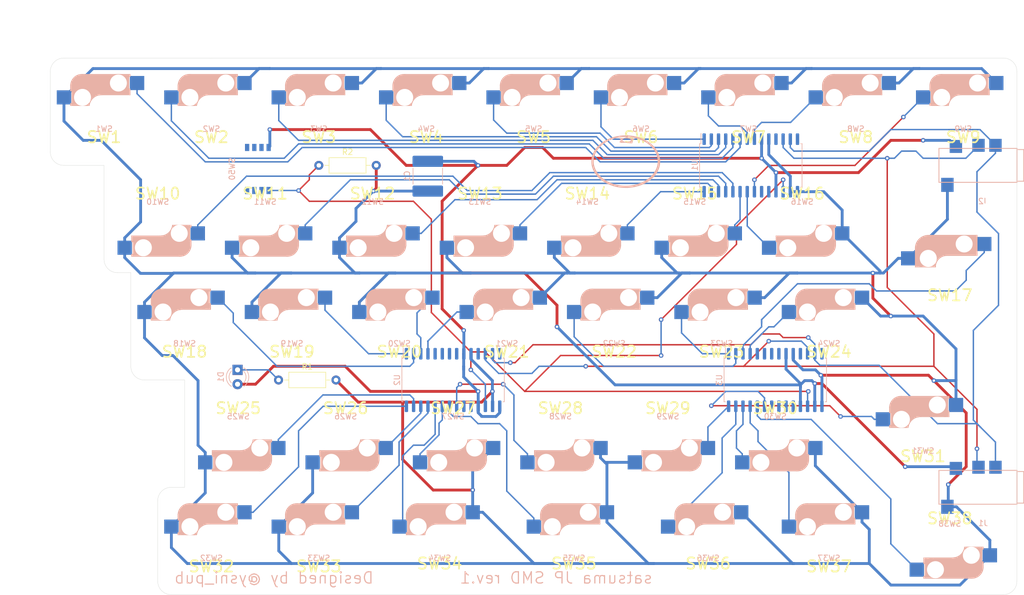
<source format=kicad_pcb>
(kicad_pcb (version 20171130) (host pcbnew 5.1.2-f72e74a~84~ubuntu18.04.1)
  (layers (0 F.Cu signal) (31 B.Cu signal) (34 B.Paste user) (35 F.Paste user) (36 B.SilkS user) (37 F.SilkS user) (38 B.Mask user) (39 F.Mask user) (44 Edge.Cuts user))
  (net 0 "")
  (net 1 GND)
  (net 2 SDA)
  (net 3 SW1)
  (net 4 SW2)
  (net 5 SW3)
  (net 6 SW4)
  (net 7 SW5)
  (net 8 SW6)
  (net 9 SW7)
  (net 10 SW8)
  (net 11 SW9)
  (net 12 SW10)
  (net 13 SW11)
  (net 14 SW12)
  (net 15 SW13)
  (net 16 SW14)
  (net 17 SW15)
  (net 18 SW16)
  (net 19 SW17)
  (net 20 SW18)
  (net 21 SW19)
  (net 22 SW20)
  (net 23 SW21)
  (net 24 SW22)
  (net 25 SW23)
  (net 26 SW24)
  (net 27 SW25)
  (net 28 SW26)
  (net 29 SW27)
  (net 30 SW28)
  (net 31 SW29)
  (net 32 SW30)
  (net 33 SW31)
  (net 34 SW33)
  (net 35 SW34)
  (net 36 SW35)
  (net 37 SW36)
  (net 38 SW37)
  (net 39 SW38)
  (net 40 ADDR)
  (net 41 "Net-(U1-Pad14)")
  (net 42 "Net-(U1-Pad11)")
  (net 43 "Net-(U1-Pad20)")
  (net 44 "Net-(U1-Pad19)")
  (net 45 "Net-(U2-Pad14)")
  (net 46 "Net-(U2-Pad11)")
  (net 47 "Net-(U2-Pad20)")
  (net 48 "Net-(U2-Pad19)")
  (net 49 "Net-(U3-Pad14)")
  (net 50 "Net-(U3-Pad11)")
  (net 51 "Net-(U3-Pad20)")
  (net 52 "Net-(U3-Pad19)")
  (net 53 "Net-(U2-Pad7)")
  (net 54 "Net-(U2-Pad8)")
  (net 55 "Net-(U2-Pad6)")
  (net 56 "Net-(U2-Pad5)")
  (net 57 "Net-(D1-Pad1)")
  (net 58 VCC)
  (net 59 SW32)
  (net 60 "Net-(SW50-Pad5)")
  (net 61 "Net-(SW50-Pad6)")
  (net 62 "Net-(SW50-Pad7)")
  (net 63 "Net-(SW50-Pad4)")
  (net 64 "Net-(SW50-Pad3)")
  (net 65 "Net-(SW50-Pad2)")
  (net 66 SCL)
  (net 67 "Net-(U3-Pad21)")
  (net 68 "Net-(U3-Pad8)")
  (net 69 "Net-(U3-Pad7)")
  (net 70 "Net-(U3-Pad22)")
  (net 71 "Net-(U3-Pad6)")
  (net 72 "Net-(U3-Pad5)")
  (module lib:satsuma-orange (layer B.Cu) (at 139.7 63.5 180)
    (fp_text reference G*** hide)
    (fp_text value LOGO hide)
  )
  (module lib:MountingHole_2.2mm_M2 (layer F.Cu) (at 128.25 121.125)
    (fp_text reference "" (at 0 -3.2) (layer F.SilkS))
    (fp_text value M2)
    (pad 1 np_thru_hole circle (at 0 0) (size 2.2 2.2) (drill 2.2) (layers *.Cu *.Mask))
  )
  (module Package_SO:SOIC-28W_7.5x17.9mm_P1.27mm (layer B.Cu) (at 166.25 102.125 270)
    (fp_text reference U3 (at 0 9.9 270) (layer B.SilkS) (effects (justify mirror)))
    (fp_text value MCP23017_SP)
    (pad 28 smd roundrect (at 4.65 8.255 270) (size 2.05 0.6) (layers B.Cu B.Paste B.Mask) (net 31 SW29))
    (pad 27 smd roundrect (at 4.65 6.985 270) (size 2.05 0.6) (layers B.Cu B.Paste B.Mask) (net 37 SW36))
    (pad 26 smd roundrect (at 4.65 5.715 270) (size 2.05 0.6) (layers B.Cu B.Paste B.Mask) (net 32 SW30))
    (pad 25 smd roundrect (at 4.65 4.445 270) (size 2.05 0.6) (layers B.Cu B.Paste B.Mask) (net 38 SW37))
    (pad 24 smd roundrect (at 4.65 3.175 270) (size 2.05 0.6) (layers B.Cu B.Paste B.Mask) (net 39 SW38))
    (pad 23 smd roundrect (at 4.65 1.905 270) (size 2.05 0.6) (layers B.Cu B.Paste B.Mask) (net 33 SW31))
    (pad 22 smd roundrect (at 4.65 0.635 270) (size 2.05 0.6) (layers B.Cu B.Paste B.Mask) (net 70 "Net-(U3-Pad22)"))
    (pad 21 smd roundrect (at 4.65 -0.635 270) (size 2.05 0.6) (layers B.Cu B.Paste B.Mask) (net 67 "Net-(U3-Pad21)"))
    (pad 20 smd roundrect (at 4.65 -1.905 270) (size 2.05 0.6) (layers B.Cu B.Paste B.Mask) (net 51 "Net-(U3-Pad20)"))
    (pad 19 smd roundrect (at 4.65 -3.175 270) (size 2.05 0.6) (layers B.Cu B.Paste B.Mask) (net 52 "Net-(U3-Pad19)"))
    (pad 18 smd roundrect (at 4.65 -4.445 270) (size 2.05 0.6) (layers B.Cu B.Paste B.Mask) (net 58 VCC))
    (pad 17 smd roundrect (at 4.65 -5.715 270) (size 2.05 0.6) (layers B.Cu B.Paste B.Mask) (net 40 ADDR))
    (pad 16 smd roundrect (at 4.65 -6.985 270) (size 2.05 0.6) (layers B.Cu B.Paste B.Mask) (net 58 VCC))
    (pad 15 smd roundrect (at 4.65 -8.255 270) (size 2.05 0.6) (layers B.Cu B.Paste B.Mask) (net 1 GND))
    (pad 14 smd roundrect (at -4.65 -8.255 270) (size 2.05 0.6) (layers B.Cu B.Paste B.Mask) (net 49 "Net-(U3-Pad14)"))
    (pad 13 smd roundrect (at -4.65 -6.985 270) (size 2.05 0.6) (layers B.Cu B.Paste B.Mask) (net 2 SDA))
    (pad 12 smd roundrect (at -4.65 -5.715 270) (size 2.05 0.6) (layers B.Cu B.Paste B.Mask) (net 66 SCL))
    (pad 11 smd roundrect (at -4.65 -4.445 270) (size 2.05 0.6) (layers B.Cu B.Paste B.Mask) (net 50 "Net-(U3-Pad11)"))
    (pad 10 smd roundrect (at -4.65 -3.175 270) (size 2.05 0.6) (layers B.Cu B.Paste B.Mask) (net 1 GND))
    (pad 9 smd roundrect (at -4.65 -1.905 270) (size 2.05 0.6) (layers B.Cu B.Paste B.Mask) (net 58 VCC))
    (pad 8 smd roundrect (at -4.65 -0.635 270) (size 2.05 0.6) (layers B.Cu B.Paste B.Mask) (net 68 "Net-(U3-Pad8)"))
    (pad 7 smd roundrect (at -4.65 0.635 270) (size 2.05 0.6) (layers B.Cu B.Paste B.Mask) (net 69 "Net-(U3-Pad7)"))
    (pad 6 smd roundrect (at -4.65 1.905 270) (size 2.05 0.6) (layers B.Cu B.Paste B.Mask) (net 71 "Net-(U3-Pad6)"))
    (pad 5 smd roundrect (at -4.65 3.175 270) (size 2.05 0.6) (layers B.Cu B.Paste B.Mask) (net 72 "Net-(U3-Pad5)"))
    (pad 4 smd roundrect (at -4.65 4.445 270) (size 2.05 0.6) (layers B.Cu B.Paste B.Mask) (net 26 SW24))
    (pad 3 smd roundrect (at -4.65 5.715 270) (size 2.05 0.6) (layers B.Cu B.Paste B.Mask) (net 19 SW17))
    (pad 2 smd roundrect (at -4.65 6.985 270) (size 2.05 0.6) (layers B.Cu B.Paste B.Mask) (net 24 SW22))
    (pad 1 smd roundrect (at -4.65 8.255 270) (size 2.05 0.6) (layers B.Cu B.Paste B.Mask) (net 25 SW23))
  )
  (module Package_SO:SOIC-28W_7.5x17.9mm_P1.27mm (layer B.Cu) (at 109.25 102.125 270)
    (fp_text reference U2 (at 0 9.9 90) (layer B.SilkS) (effects (justify mirror)))
    (fp_text value MCP23017_SP)
    (pad 28 smd roundrect (at 4.65 8.255 270) (size 2.05 0.6) (layers B.Cu B.Paste B.Mask) (net 59 SW32))
    (pad 27 smd roundrect (at 4.65 6.985 270) (size 2.05 0.6) (layers B.Cu B.Paste B.Mask) (net 27 SW25))
    (pad 26 smd roundrect (at 4.65 5.715 270) (size 2.05 0.6) (layers B.Cu B.Paste B.Mask) (net 28 SW26))
    (pad 25 smd roundrect (at 4.65 4.445 270) (size 2.05 0.6) (layers B.Cu B.Paste B.Mask) (net 34 SW33))
    (pad 24 smd roundrect (at 4.65 3.175 270) (size 2.05 0.6) (layers B.Cu B.Paste B.Mask) (net 35 SW34))
    (pad 23 smd roundrect (at 4.65 1.905 270) (size 2.05 0.6) (layers B.Cu B.Paste B.Mask) (net 29 SW27))
    (pad 22 smd roundrect (at 4.65 0.635 270) (size 2.05 0.6) (layers B.Cu B.Paste B.Mask) (net 36 SW35))
    (pad 21 smd roundrect (at 4.65 -0.635 270) (size 2.05 0.6) (layers B.Cu B.Paste B.Mask) (net 30 SW28))
    (pad 20 smd roundrect (at 4.65 -1.905 270) (size 2.05 0.6) (layers B.Cu B.Paste B.Mask) (net 47 "Net-(U2-Pad20)"))
    (pad 19 smd roundrect (at 4.65 -3.175 270) (size 2.05 0.6) (layers B.Cu B.Paste B.Mask) (net 48 "Net-(U2-Pad19)"))
    (pad 18 smd roundrect (at 4.65 -4.445 270) (size 2.05 0.6) (layers B.Cu B.Paste B.Mask) (net 58 VCC))
    (pad 17 smd roundrect (at 4.65 -5.715 270) (size 2.05 0.6) (layers B.Cu B.Paste B.Mask) (net 40 ADDR))
    (pad 16 smd roundrect (at 4.65 -6.985 270) (size 2.05 0.6) (layers B.Cu B.Paste B.Mask) (net 1 GND))
    (pad 15 smd roundrect (at 4.65 -8.255 270) (size 2.05 0.6) (layers B.Cu B.Paste B.Mask) (net 58 VCC))
    (pad 14 smd roundrect (at -4.65 -8.255 270) (size 2.05 0.6) (layers B.Cu B.Paste B.Mask) (net 45 "Net-(U2-Pad14)"))
    (pad 13 smd roundrect (at -4.65 -6.985 270) (size 2.05 0.6) (layers B.Cu B.Paste B.Mask) (net 2 SDA))
    (pad 12 smd roundrect (at -4.65 -5.715 270) (size 2.05 0.6) (layers B.Cu B.Paste B.Mask) (net 66 SCL))
    (pad 11 smd roundrect (at -4.65 -4.445 270) (size 2.05 0.6) (layers B.Cu B.Paste B.Mask) (net 46 "Net-(U2-Pad11)"))
    (pad 10 smd roundrect (at -4.65 -3.175 270) (size 2.05 0.6) (layers B.Cu B.Paste B.Mask) (net 1 GND))
    (pad 9 smd roundrect (at -4.65 -1.905 270) (size 2.05 0.6) (layers B.Cu B.Paste B.Mask) (net 58 VCC))
    (pad 8 smd roundrect (at -4.65 -0.635 270) (size 2.05 0.6) (layers B.Cu B.Paste B.Mask) (net 54 "Net-(U2-Pad8)"))
    (pad 7 smd roundrect (at -4.65 0.635 270) (size 2.05 0.6) (layers B.Cu B.Paste B.Mask) (net 53 "Net-(U2-Pad7)"))
    (pad 6 smd roundrect (at -4.65 1.905 270) (size 2.05 0.6) (layers B.Cu B.Paste B.Mask) (net 55 "Net-(U2-Pad6)"))
    (pad 5 smd roundrect (at -4.65 3.175 270) (size 2.05 0.6) (layers B.Cu B.Paste B.Mask) (net 56 "Net-(U2-Pad5)"))
    (pad 4 smd roundrect (at -4.65 4.445 270) (size 2.05 0.6) (layers B.Cu B.Paste B.Mask) (net 23 SW21))
    (pad 3 smd roundrect (at -4.65 5.715 270) (size 2.05 0.6) (layers B.Cu B.Paste B.Mask) (net 22 SW20))
    (pad 2 smd roundrect (at -4.65 6.985 270) (size 2.05 0.6) (layers B.Cu B.Paste B.Mask) (net 20 SW18))
    (pad 1 smd roundrect (at -4.65 8.255 270) (size 2.05 0.6) (layers B.Cu B.Paste B.Mask) (net 21 SW19))
  )
  (module Package_SO:SOIC-28W_7.5x17.9mm_P1.27mm (layer B.Cu) (at 161.925 64.135 270)
    (fp_text reference U1 (at 0 9.9 270) (layer B.SilkS) (effects (justify mirror)))
    (fp_text value MCP23017_SP)
    (pad 28 smd roundrect (at 4.65 8.255 270) (size 2.05 0.6) (layers B.Cu B.Paste B.Mask) (net 16 SW14))
    (pad 27 smd roundrect (at 4.65 6.985 270) (size 2.05 0.6) (layers B.Cu B.Paste B.Mask) (net 15 SW13))
    (pad 26 smd roundrect (at 4.65 5.715 270) (size 2.05 0.6) (layers B.Cu B.Paste B.Mask) (net 14 SW12))
    (pad 25 smd roundrect (at 4.65 4.445 270) (size 2.05 0.6) (layers B.Cu B.Paste B.Mask) (net 13 SW11))
    (pad 24 smd roundrect (at 4.65 3.175 270) (size 2.05 0.6) (layers B.Cu B.Paste B.Mask) (net 12 SW10))
    (pad 23 smd roundrect (at 4.65 1.905 270) (size 2.05 0.6) (layers B.Cu B.Paste B.Mask) (net 17 SW15))
    (pad 22 smd roundrect (at 4.65 0.635 270) (size 2.05 0.6) (layers B.Cu B.Paste B.Mask) (net 18 SW16))
    (pad 21 smd roundrect (at 4.65 -0.635 270) (size 2.05 0.6) (layers B.Cu B.Paste B.Mask) (net 11 SW9))
    (pad 20 smd roundrect (at 4.65 -1.905 270) (size 2.05 0.6) (layers B.Cu B.Paste B.Mask) (net 43 "Net-(U1-Pad20)"))
    (pad 19 smd roundrect (at 4.65 -3.175 270) (size 2.05 0.6) (layers B.Cu B.Paste B.Mask) (net 44 "Net-(U1-Pad19)"))
    (pad 18 smd roundrect (at 4.65 -4.445 270) (size 2.05 0.6) (layers B.Cu B.Paste B.Mask) (net 58 VCC))
    (pad 17 smd roundrect (at 4.65 -5.715 270) (size 2.05 0.6) (layers B.Cu B.Paste B.Mask) (net 40 ADDR))
    (pad 16 smd roundrect (at 4.65 -6.985 270) (size 2.05 0.6) (layers B.Cu B.Paste B.Mask) (net 1 GND))
    (pad 15 smd roundrect (at 4.65 -8.255 270) (size 2.05 0.6) (layers B.Cu B.Paste B.Mask) (net 1 GND))
    (pad 14 smd roundrect (at -4.65 -8.255 270) (size 2.05 0.6) (layers B.Cu B.Paste B.Mask) (net 41 "Net-(U1-Pad14)"))
    (pad 13 smd roundrect (at -4.65 -6.985 270) (size 2.05 0.6) (layers B.Cu B.Paste B.Mask) (net 2 SDA))
    (pad 12 smd roundrect (at -4.65 -5.715 270) (size 2.05 0.6) (layers B.Cu B.Paste B.Mask) (net 66 SCL))
    (pad 11 smd roundrect (at -4.65 -4.445 270) (size 2.05 0.6) (layers B.Cu B.Paste B.Mask) (net 42 "Net-(U1-Pad11)"))
    (pad 10 smd roundrect (at -4.65 -3.175 270) (size 2.05 0.6) (layers B.Cu B.Paste B.Mask) (net 1 GND))
    (pad 9 smd roundrect (at -4.65 -1.905 270) (size 2.05 0.6) (layers B.Cu B.Paste B.Mask) (net 58 VCC))
    (pad 8 smd roundrect (at -4.65 -0.635 270) (size 2.05 0.6) (layers B.Cu B.Paste B.Mask) (net 10 SW8))
    (pad 7 smd roundrect (at -4.65 0.635 270) (size 2.05 0.6) (layers B.Cu B.Paste B.Mask) (net 9 SW7))
    (pad 6 smd roundrect (at -4.65 1.905 270) (size 2.05 0.6) (layers B.Cu B.Paste B.Mask) (net 3 SW1))
    (pad 5 smd roundrect (at -4.65 3.175 270) (size 2.05 0.6) (layers B.Cu B.Paste B.Mask) (net 4 SW2))
    (pad 4 smd roundrect (at -4.65 4.445 270) (size 2.05 0.6) (layers B.Cu B.Paste B.Mask) (net 5 SW3))
    (pad 3 smd roundrect (at -4.65 5.715 270) (size 2.05 0.6) (layers B.Cu B.Paste B.Mask) (net 6 SW4))
    (pad 2 smd roundrect (at -4.65 6.985 270) (size 2.05 0.6) (layers B.Cu B.Paste B.Mask) (net 7 SW5))
    (pad 1 smd roundrect (at -4.65 8.255 270) (size 2.05 0.6) (layers B.Cu B.Paste B.Mask) (net 8 SW6))
  )
  (module lib:KHS42 (layer B.Cu) (at 75.355 64.76 90)
    (fp_text reference SW50 (at 0 -5.2 90) (layer B.SilkS) (effects (justify mirror)))
    (fp_text value SW_DIP_x04)
    (pad 5 smd rect (at 3.81 -2.54 90) (size 1.27 0.76) (layers B.Cu B.Paste B.Mask) (net 60 "Net-(SW50-Pad5)"))
    (pad 6 smd rect (at 3.81 -1.27 90) (size 1.27 0.76) (layers B.Cu B.Paste B.Mask) (net 61 "Net-(SW50-Pad6)"))
    (pad 7 smd rect (at 3.81 0 90) (size 1.27 0.76) (layers B.Cu B.Paste B.Mask) (net 62 "Net-(SW50-Pad7)"))
    (pad 8 smd rect (at 3.81 1.27 90) (size 1.27 0.76) (layers B.Cu B.Paste B.Mask) (net 58 VCC))
    (pad 4 smd rect (at -3.81 -2.54 90) (size 1.27 0.76) (layers B.Cu B.Paste B.Mask) (net 63 "Net-(SW50-Pad4)"))
    (pad 3 smd rect (at -3.81 -1.27 90) (size 1.27 0.76) (layers B.Cu B.Paste B.Mask) (net 64 "Net-(SW50-Pad3)"))
    (pad 2 smd rect (at -3.81 0 90) (size 1.27 0.76) (layers B.Cu B.Paste B.Mask) (net 65 "Net-(SW50-Pad2)"))
    (pad 1 smd rect (at -3.81 1.27 90) (size 1.27 0.76) (layers B.Cu B.Paste B.Mask) (net 40 ADDR))
  )
  (module Resistor_THT:R_Axial_DIN0207_L6.3mm_D2.5mm_P10.16mm_Horizontal (layer F.Cu) (at 85.5 64.125)
    (fp_text reference R2 (at 5.08 -2.37) (layer F.SilkS))
    (fp_text value R)
    (pad 2 thru_hole oval (at 10.16 0) (size 1.6 1.6) (drill 0.8) (layers *.Cu *.Mask) (net 1 GND))
    (pad 1 thru_hole circle (at 0 0) (size 1.6 1.6) (drill 0.8) (layers *.Cu *.Mask) (net 40 ADDR))
  )
  (module lib:TRRS_SMD_SJ2-3574A-SMT_ABCD (layer B.Cu) (at 209 64.125 180)
    (fp_text reference J2 (at 6 -6.35 180) (layer B.SilkS) (effects (justify mirror)))
    (fp_text value Modulo-Jack)
    (pad B smd rect (at 3.8 3.55 180) (size 2.2 2.3) (layers B.Cu B.Paste B.Mask) (net 2 SDA))
    (pad C smd rect (at 6.8 3.55 180) (size 2.2 2.3) (layers B.Cu B.Paste B.Mask) (net 66 SCL))
    (pad D smd rect (at 10.8 3.35 180) (size 2.2 2.3) (layers B.Cu B.Paste B.Mask) (net 58 VCC))
    (pad A smd rect (at 12.3 -3.45 180) (size 2.2 2.5) (layers B.Cu B.Paste B.Mask) (net 1 GND))
    (pad "" np_thru_hole circle (at 9.3 0 180) (size 1.1 1.1) (drill 1.1) (layers *.Cu *.Mask))
    (pad "" np_thru_hole circle (at 2.3 0 180) (size 1.1 1.1) (drill 1.1) (layers *.Cu *.Mask))
  )
  (module lib:TRRS_SMD_SJ2-3574A-SMT_ABCD (layer B.Cu) (at 209 121.125 180)
    (fp_text reference J1 (at 6 -6.35) (layer B.SilkS) (effects (justify mirror)))
    (fp_text value Modulo-Jack)
    (pad B smd rect (at 3.8 3.55 180) (size 2.2 2.3) (layers B.Cu B.Paste B.Mask) (net 2 SDA))
    (pad C smd rect (at 6.8 3.55 180) (size 2.2 2.3) (layers B.Cu B.Paste B.Mask) (net 66 SCL))
    (pad D smd rect (at 10.8 3.35 180) (size 2.2 2.3) (layers B.Cu B.Paste B.Mask) (net 58 VCC))
    (pad A smd rect (at 12.3 -3.45 180) (size 2.2 2.5) (layers B.Cu B.Paste B.Mask) (net 1 GND))
    (pad "" np_thru_hole circle (at 9.3 0 180) (size 1.1 1.1) (drill 1.1) (layers *.Cu *.Mask))
    (pad "" np_thru_hole circle (at 2.3 0 180) (size 1.1 1.1) (drill 1.1) (layers *.Cu *.Mask))
  )
  (module Capacitor_SMD:C_2220_5650Metric_Pad1.97x5.40mm_HandSolder (layer B.Cu) (at 104.775 66.04 270)
    (fp_text reference C1 (at 0 3.65 90) (layer B.SilkS) (effects (justify mirror)))
    (fp_text value C)
    (pad 2 smd roundrect (at 2.6375 0 270) (size 1.975 5.4) (layers B.Cu B.Paste B.Mask) (roundrect_rratio 0.126582) (net 1 GND))
    (pad 1 smd roundrect (at -2.6375 0 270) (size 1.975 5.4) (layers B.Cu B.Paste B.Mask) (roundrect_rratio 0.126582) (net 58 VCC))
  )
  (module MX_Socket:MXOnly-1U-Hotswap (layer F.Cu) (at 66.5 130.625)
    (fp_text reference SW32)
    (fp_text value SW_Push)
    (fp_text user %R (at 0 4.5) (layer F.SilkS) (effects (font (size 2 2) (thickness 0.3))))
    (fp_text user %R (at 0 3.048) (layer B.SilkS) (effects (justify mirror)))
    (pad 2 smd rect (at 5.842 -5.08) (size 2.55 2.5) (layers B.Cu B.Paste B.Mask) (net 59 SW32))
    (pad 1 smd rect (at -7.085 -2.54) (size 2.55 2.5) (layers B.Cu B.Paste B.Mask) (net 1 GND))
    (pad "" np_thru_hole circle (at 5.08 0 48.0996) (size 1.75 1.75) (drill 1.75) (layers *.Cu *.Mask))
    (pad "" np_thru_hole circle (at -5.08 0 48.0996) (size 1.75 1.75) (drill 1.75) (layers *.Cu *.Mask))
    (pad "" np_thru_hole circle (at -3.81 -2.54) (size 3 3) (drill 3) (layers *.Cu *.Mask))
    (pad "" np_thru_hole circle (at 0 0) (size 3.9878 3.9878) (drill 3.9878) (layers *.Cu *.Mask))
    (pad "" np_thru_hole circle (at 2.54 -5.08) (size 3 3) (drill 3) (layers *.Cu *.Mask))
  )
  (module MX_Socket:MXOnly-1.25U-Hotswap (layer F.Cu) (at 197.125 130.625 180)
    (fp_text reference SW38)
    (fp_text value SW_Push)
    (fp_text user %R (at 0 4) (layer F.SilkS) (effects (font (size 2 2) (thickness 0.3))))
    (fp_text user %R (at 0 3.048) (layer B.SilkS) (effects (justify mirror)))
    (pad 2 smd rect (at 5.842 -5.08 180) (size 2.55 2.5) (layers B.Cu B.Paste B.Mask) (net 39 SW38))
    (pad 1 smd rect (at -7.085 -2.54 180) (size 2.55 2.5) (layers B.Cu B.Paste B.Mask) (net 1 GND))
    (pad "" np_thru_hole circle (at 5.08 0 228.0996) (size 1.75 1.75) (drill 1.75) (layers *.Cu *.Mask))
    (pad "" np_thru_hole circle (at -5.08 0 228.0996) (size 1.75 1.75) (drill 1.75) (layers *.Cu *.Mask))
    (pad "" np_thru_hole circle (at -3.81 -2.54 180) (size 3 3) (drill 3) (layers *.Cu *.Mask))
    (pad "" np_thru_hole circle (at 0 0 180) (size 3.9878 3.9878) (drill 3.9878) (layers *.Cu *.Mask))
    (pad "" np_thru_hole circle (at 2.54 -5.08 180) (size 3 3) (drill 3) (layers *.Cu *.Mask))
  )
  (module MX_Socket:MXOnly-1U-Hotswap (layer F.Cu) (at 175.75 130.625)
    (fp_text reference SW37)
    (fp_text value SW_Push)
    (fp_text user %R (at 0 4.5) (layer F.SilkS) (effects (font (size 2 2) (thickness 0.3))))
    (fp_text user %R (at 0 3.048) (layer B.SilkS) (effects (justify mirror)))
    (pad 2 smd rect (at 5.842 -5.08) (size 2.55 2.5) (layers B.Cu B.Paste B.Mask) (net 1 GND))
    (pad 1 smd rect (at -7.085 -2.54) (size 2.55 2.5) (layers B.Cu B.Paste B.Mask) (net 38 SW37))
    (pad "" np_thru_hole circle (at 5.08 0 48.0996) (size 1.75 1.75) (drill 1.75) (layers *.Cu *.Mask))
    (pad "" np_thru_hole circle (at -5.08 0 48.0996) (size 1.75 1.75) (drill 1.75) (layers *.Cu *.Mask))
    (pad "" np_thru_hole circle (at -3.81 -2.54) (size 3 3) (drill 3) (layers *.Cu *.Mask))
    (pad "" np_thru_hole circle (at 0 0) (size 3.9878 3.9878) (drill 3.9878) (layers *.Cu *.Mask))
    (pad "" np_thru_hole circle (at 2.54 -5.08) (size 3 3) (drill 3) (layers *.Cu *.Mask))
  )
  (module MX_Socket:MXOnly-1.75U-Hotswap (layer F.Cu) (at 192.375 111.625)
    (fp_text reference SW31)
    (fp_text value SW_Push)
    (fp_text user %R (at 0 4) (layer F.SilkS) (effects (font (size 2 2) (thickness 0.3))))
    (fp_text user %R (at 0 3.048) (layer B.SilkS) (effects (justify mirror)))
    (pad 2 smd rect (at 5.842 -5.08) (size 2.55 2.5) (layers B.Cu B.Paste B.Mask) (net 1 GND))
    (pad 1 smd rect (at -7.085 -2.54) (size 2.55 2.5) (layers B.Cu B.Paste B.Mask) (net 33 SW31))
    (pad "" np_thru_hole circle (at 5.08 0 48.0996) (size 1.75 1.75) (drill 1.75) (layers *.Cu *.Mask))
    (pad "" np_thru_hole circle (at -5.08 0 48.0996) (size 1.75 1.75) (drill 1.75) (layers *.Cu *.Mask))
    (pad "" np_thru_hole circle (at -3.81 -2.54) (size 3 3) (drill 3) (layers *.Cu *.Mask))
    (pad "" np_thru_hole circle (at 0 0) (size 3.9878 3.9878) (drill 3.9878) (layers *.Cu *.Mask))
    (pad "" np_thru_hole circle (at 2.54 -5.08) (size 3 3) (drill 3) (layers *.Cu *.Mask))
  )
  (module MX_Socket:MXOnly-1U-Hotswap (layer F.Cu) (at 166.25 111.625 180)
    (fp_text reference SW30)
    (fp_text value SW_Push)
    (fp_text user %R (at 0 4.5) (layer F.SilkS) (effects (font (size 2 2) (thickness 0.3))))
    (fp_text user %R (at 0 3.048) (layer B.SilkS) (effects (justify mirror)))
    (pad 2 smd rect (at 5.842 -5.08 180) (size 2.55 2.5) (layers B.Cu B.Paste B.Mask) (net 32 SW30))
    (pad 1 smd rect (at -7.085 -2.54 180) (size 2.55 2.5) (layers B.Cu B.Paste B.Mask) (net 1 GND))
    (pad "" np_thru_hole circle (at 5.08 0 228.0996) (size 1.75 1.75) (drill 1.75) (layers *.Cu *.Mask))
    (pad "" np_thru_hole circle (at -5.08 0 228.0996) (size 1.75 1.75) (drill 1.75) (layers *.Cu *.Mask))
    (pad "" np_thru_hole circle (at -3.81 -2.54 180) (size 3 3) (drill 3) (layers *.Cu *.Mask))
    (pad "" np_thru_hole circle (at 0 0 180) (size 3.9878 3.9878) (drill 3.9878) (layers *.Cu *.Mask))
    (pad "" np_thru_hole circle (at 2.54 -5.08 180) (size 3 3) (drill 3) (layers *.Cu *.Mask))
  )
  (module MX_Socket:MXOnly-1U-Hotswap (layer F.Cu) (at 175.75 92.625)
    (fp_text reference SW24)
    (fp_text value SW_Push)
    (fp_text user %R (at 0 4.5) (layer F.SilkS) (effects (font (size 2 2) (thickness 0.3))))
    (fp_text user %R (at 0 3.048) (layer B.SilkS) (effects (justify mirror)))
    (pad 2 smd rect (at 5.842 -5.08) (size 2.55 2.5) (layers B.Cu B.Paste B.Mask) (net 1 GND))
    (pad 1 smd rect (at -7.085 -2.54) (size 2.55 2.5) (layers B.Cu B.Paste B.Mask) (net 26 SW24))
    (pad "" np_thru_hole circle (at 5.08 0 48.0996) (size 1.75 1.75) (drill 1.75) (layers *.Cu *.Mask))
    (pad "" np_thru_hole circle (at -5.08 0 48.0996) (size 1.75 1.75) (drill 1.75) (layers *.Cu *.Mask))
    (pad "" np_thru_hole circle (at -3.81 -2.54) (size 3 3) (drill 3) (layers *.Cu *.Mask))
    (pad "" np_thru_hole circle (at 0 0) (size 3.9878 3.9878) (drill 3.9878) (layers *.Cu *.Mask))
    (pad "" np_thru_hole circle (at 2.54 -5.08) (size 3 3) (drill 3) (layers *.Cu *.Mask))
  )
  (module MX_Socket:MXOnly-ISO-HotSwap (layer F.Cu) (at 197.125 83.125)
    (fp_text reference SW17)
    (fp_text value SW_Push)
    (fp_text user %R (at 0 4) (layer F.SilkS) (effects (font (size 2 2) (thickness 0.3))))
    (pad 1 smd rect (at -7.36 -2.54) (size 2.55 2.5) (layers B.Cu B.Paste B.Mask) (net 1 GND))
    (pad 2 smd rect (at 6.09 -5.08) (size 2.55 2.5) (layers B.Cu B.Paste B.Mask) (net 19 SW17))
    (pad "" np_thru_hole circle (at 8.255 -11.938) (size 3.9878 3.9878) (drill 3.9878) (layers *.Cu *.Mask))
    (pad "" np_thru_hole circle (at 8.255 11.938) (size 3.9878 3.9878) (drill 3.9878) (layers *.Cu *.Mask))
    (pad "" np_thru_hole circle (at -6.985 -11.938) (size 3.048 3.048) (drill 3.048) (layers *.Cu *.Mask))
    (pad "" np_thru_hole circle (at -6.985 11.938) (size 3.048 3.048) (drill 3.048) (layers *.Cu *.Mask))
    (pad "" np_thru_hole circle (at 5.08 0 48.0996) (size 1.75 1.75) (drill 1.75) (layers *.Cu *.Mask))
    (pad "" np_thru_hole circle (at -5.08 0 48.0996) (size 1.75 1.75) (drill 1.75) (layers *.Cu *.Mask))
    (pad "" np_thru_hole circle (at -3.81 -2.54) (size 3 3) (drill 3) (layers *.Cu *.Mask))
    (pad "" np_thru_hole circle (at 0 0) (size 3.9878 3.9878) (drill 3.9878) (layers *.Cu *.Mask))
    (pad "" np_thru_hole circle (at 2.54 -5.08) (size 3 3) (drill 3) (layers *.Cu *.Mask))
  )
  (module MX_Socket:MXOnly-1U-Hotswap (layer F.Cu) (at 171 73.625 180)
    (fp_text reference SW16)
    (fp_text value SW_Push)
    (fp_text user %R (at 0 4.5) (layer F.SilkS) (effects (font (size 2 2) (thickness 0.3))))
    (fp_text user %R (at 0 3.048) (layer B.SilkS) (effects (justify mirror)))
    (pad 2 smd rect (at 5.842 -5.08 180) (size 2.55 2.5) (layers B.Cu B.Paste B.Mask) (net 18 SW16))
    (pad 1 smd rect (at -7.085 -2.54 180) (size 2.55 2.5) (layers B.Cu B.Paste B.Mask) (net 1 GND))
    (pad "" np_thru_hole circle (at 5.08 0 228.0996) (size 1.75 1.75) (drill 1.75) (layers *.Cu *.Mask))
    (pad "" np_thru_hole circle (at -5.08 0 228.0996) (size 1.75 1.75) (drill 1.75) (layers *.Cu *.Mask))
    (pad "" np_thru_hole circle (at -3.81 -2.54 180) (size 3 3) (drill 3) (layers *.Cu *.Mask))
    (pad "" np_thru_hole circle (at 0 0 180) (size 3.9878 3.9878) (drill 3.9878) (layers *.Cu *.Mask))
    (pad "" np_thru_hole circle (at 2.54 -5.08 180) (size 3 3) (drill 3) (layers *.Cu *.Mask))
  )
  (module MX_Socket:MXOnly-1U-Hotswap (layer F.Cu) (at 199.5 54.625)
    (fp_text reference SW9)
    (fp_text value SW_Push)
    (fp_text user %R (at 0 4.5) (layer F.SilkS) (effects (font (size 2 2) (thickness 0.3))))
    (fp_text user %R (at 0 3.048) (layer B.SilkS) (effects (justify mirror)))
    (pad 2 smd rect (at 5.842 -5.08) (size 2.55 2.5) (layers B.Cu B.Paste B.Mask) (net 1 GND))
    (pad 1 smd rect (at -7.085 -2.54) (size 2.55 2.5) (layers B.Cu B.Paste B.Mask) (net 11 SW9))
    (pad "" np_thru_hole circle (at 5.08 0 48.0996) (size 1.75 1.75) (drill 1.75) (layers *.Cu *.Mask))
    (pad "" np_thru_hole circle (at -5.08 0 48.0996) (size 1.75 1.75) (drill 1.75) (layers *.Cu *.Mask))
    (pad "" np_thru_hole circle (at -3.81 -2.54) (size 3 3) (drill 3) (layers *.Cu *.Mask))
    (pad "" np_thru_hole circle (at 0 0) (size 3.9878 3.9878) (drill 3.9878) (layers *.Cu *.Mask))
    (pad "" np_thru_hole circle (at 2.54 -5.08) (size 3 3) (drill 3) (layers *.Cu *.Mask))
  )
  (module MX_Socket:MXOnly-1U-Hotswap (layer F.Cu) (at 180.5 54.625)
    (fp_text reference SW8)
    (fp_text value SW_Push)
    (fp_text user %R (at 0 4.5) (layer F.SilkS) (effects (font (size 2 2) (thickness 0.3))))
    (fp_text user %R (at 0 3.048) (layer B.SilkS) (effects (justify mirror)))
    (pad 2 smd rect (at 5.842 -5.08) (size 2.55 2.5) (layers B.Cu B.Paste B.Mask) (net 1 GND))
    (pad 1 smd rect (at -7.085 -2.54) (size 2.55 2.5) (layers B.Cu B.Paste B.Mask) (net 10 SW8))
    (pad "" np_thru_hole circle (at 5.08 0 48.0996) (size 1.75 1.75) (drill 1.75) (layers *.Cu *.Mask))
    (pad "" np_thru_hole circle (at -5.08 0 48.0996) (size 1.75 1.75) (drill 1.75) (layers *.Cu *.Mask))
    (pad "" np_thru_hole circle (at -3.81 -2.54) (size 3 3) (drill 3) (layers *.Cu *.Mask))
    (pad "" np_thru_hole circle (at 0 0) (size 3.9878 3.9878) (drill 3.9878) (layers *.Cu *.Mask))
    (pad "" np_thru_hole circle (at 2.54 -5.08) (size 3 3) (drill 3) (layers *.Cu *.Mask))
  )
  (module MX_Socket:MXOnly-1.25U-Hotswap (layer F.Cu) (at 106.875 130.625)
    (fp_text reference SW34)
    (fp_text value SW_Push)
    (fp_text user %R (at 0 4) (layer F.SilkS) (effects (font (size 2 2) (thickness 0.3))))
    (fp_text user %R (at 0 3.048) (layer B.SilkS) (effects (justify mirror)))
    (pad 2 smd rect (at 5.842 -5.08) (size 2.55 2.5) (layers B.Cu B.Paste B.Mask) (net 1 GND))
    (pad 1 smd rect (at -7.085 -2.54) (size 2.55 2.5) (layers B.Cu B.Paste B.Mask) (net 35 SW34))
    (pad "" np_thru_hole circle (at 5.08 0 48.0996) (size 1.75 1.75) (drill 1.75) (layers *.Cu *.Mask))
    (pad "" np_thru_hole circle (at -5.08 0 48.0996) (size 1.75 1.75) (drill 1.75) (layers *.Cu *.Mask))
    (pad "" np_thru_hole circle (at -3.81 -2.54) (size 3 3) (drill 3) (layers *.Cu *.Mask))
    (pad "" np_thru_hole circle (at 0 0) (size 3.9878 3.9878) (drill 3.9878) (layers *.Cu *.Mask))
    (pad "" np_thru_hole circle (at 2.54 -5.08) (size 3 3) (drill 3) (layers *.Cu *.Mask))
  )
  (module MX_Socket:MXOnly-1U-Hotswap (layer F.Cu) (at 104.5 54.625)
    (fp_text reference SW4)
    (fp_text value SW_Push)
    (fp_text user %R (at 0 4.5) (layer F.SilkS) (effects (font (size 2 2) (thickness 0.3))))
    (fp_text user %R (at 0 3.048) (layer B.SilkS) (effects (justify mirror)))
    (pad 2 smd rect (at 5.842 -5.08) (size 2.55 2.5) (layers B.Cu B.Paste B.Mask) (net 1 GND))
    (pad 1 smd rect (at -7.085 -2.54) (size 2.55 2.5) (layers B.Cu B.Paste B.Mask) (net 6 SW4))
    (pad "" np_thru_hole circle (at 5.08 0 48.0996) (size 1.75 1.75) (drill 1.75) (layers *.Cu *.Mask))
    (pad "" np_thru_hole circle (at -5.08 0 48.0996) (size 1.75 1.75) (drill 1.75) (layers *.Cu *.Mask))
    (pad "" np_thru_hole circle (at -3.81 -2.54) (size 3 3) (drill 3) (layers *.Cu *.Mask))
    (pad "" np_thru_hole circle (at 0 0) (size 3.9878 3.9878) (drill 3.9878) (layers *.Cu *.Mask))
    (pad "" np_thru_hole circle (at 2.54 -5.08) (size 3 3) (drill 3) (layers *.Cu *.Mask))
  )
  (module MX_Socket:MXOnly-1U-Hotswap (layer F.Cu) (at 123.5 54.625)
    (fp_text reference SW5)
    (fp_text value SW_Push)
    (fp_text user %R (at 0 4.5) (layer F.SilkS) (effects (font (size 2 2) (thickness 0.3))))
    (fp_text user %R (at 0 3.048) (layer B.SilkS) (effects (justify mirror)))
    (pad 2 smd rect (at 5.842 -5.08) (size 2.55 2.5) (layers B.Cu B.Paste B.Mask) (net 1 GND))
    (pad 1 smd rect (at -7.085 -2.54) (size 2.55 2.5) (layers B.Cu B.Paste B.Mask) (net 7 SW5))
    (pad "" np_thru_hole circle (at 5.08 0 48.0996) (size 1.75 1.75) (drill 1.75) (layers *.Cu *.Mask))
    (pad "" np_thru_hole circle (at -5.08 0 48.0996) (size 1.75 1.75) (drill 1.75) (layers *.Cu *.Mask))
    (pad "" np_thru_hole circle (at -3.81 -2.54) (size 3 3) (drill 3) (layers *.Cu *.Mask))
    (pad "" np_thru_hole circle (at 0 0) (size 3.9878 3.9878) (drill 3.9878) (layers *.Cu *.Mask))
    (pad "" np_thru_hole circle (at 2.54 -5.08) (size 3 3) (drill 3) (layers *.Cu *.Mask))
  )
  (module MX_Socket:MXOnly-1U-Hotswap (layer F.Cu) (at 142.5 54.625)
    (fp_text reference SW6)
    (fp_text value SW_Push)
    (fp_text user %R (at 0 4.5) (layer F.SilkS) (effects (font (size 2 2) (thickness 0.3))))
    (fp_text user %R (at 0 3.048) (layer B.SilkS) (effects (justify mirror)))
    (pad 2 smd rect (at 5.842 -5.08) (size 2.55 2.5) (layers B.Cu B.Paste B.Mask) (net 1 GND))
    (pad 1 smd rect (at -7.085 -2.54) (size 2.55 2.5) (layers B.Cu B.Paste B.Mask) (net 8 SW6))
    (pad "" np_thru_hole circle (at 5.08 0 48.0996) (size 1.75 1.75) (drill 1.75) (layers *.Cu *.Mask))
    (pad "" np_thru_hole circle (at -5.08 0 48.0996) (size 1.75 1.75) (drill 1.75) (layers *.Cu *.Mask))
    (pad "" np_thru_hole circle (at -3.81 -2.54) (size 3 3) (drill 3) (layers *.Cu *.Mask))
    (pad "" np_thru_hole circle (at 0 0) (size 3.9878 3.9878) (drill 3.9878) (layers *.Cu *.Mask))
    (pad "" np_thru_hole circle (at 2.54 -5.08) (size 3 3) (drill 3) (layers *.Cu *.Mask))
  )
  (module MX_Socket:MXOnly-1U-Hotswap (layer F.Cu) (at 147.25 111.625 180)
    (fp_text reference SW29)
    (fp_text value SW_Push)
    (fp_text user %R (at 0 4.5) (layer F.SilkS) (effects (font (size 2 2) (thickness 0.3))))
    (fp_text user %R (at 0 3.048) (layer B.SilkS) (effects (justify mirror)))
    (pad 2 smd rect (at 5.842 -5.08 180) (size 2.55 2.5) (layers B.Cu B.Paste B.Mask) (net 1 GND))
    (pad 1 smd rect (at -7.085 -2.54 180) (size 2.55 2.5) (layers B.Cu B.Paste B.Mask) (net 31 SW29))
    (pad "" np_thru_hole circle (at 5.08 0 228.0996) (size 1.75 1.75) (drill 1.75) (layers *.Cu *.Mask))
    (pad "" np_thru_hole circle (at -5.08 0 228.0996) (size 1.75 1.75) (drill 1.75) (layers *.Cu *.Mask))
    (pad "" np_thru_hole circle (at -3.81 -2.54 180) (size 3 3) (drill 3) (layers *.Cu *.Mask))
    (pad "" np_thru_hole circle (at 0 0 180) (size 3.9878 3.9878) (drill 3.9878) (layers *.Cu *.Mask))
    (pad "" np_thru_hole circle (at 2.54 -5.08 180) (size 3 3) (drill 3) (layers *.Cu *.Mask))
  )
  (module MX_Socket:MXOnly-1U-Hotswap (layer F.Cu) (at 85.5 130.625)
    (fp_text reference SW33)
    (fp_text value SW_Push)
    (fp_text user %R (at 0 4.5) (layer F.SilkS) (effects (font (size 2 2) (thickness 0.3))))
    (fp_text user %R (at 0 3.048) (layer B.SilkS) (effects (justify mirror)))
    (pad 2 smd rect (at 5.842 -5.08) (size 2.55 2.5) (layers B.Cu B.Paste B.Mask) (net 34 SW33))
    (pad 1 smd rect (at -7.085 -2.54) (size 2.55 2.5) (layers B.Cu B.Paste B.Mask) (net 1 GND))
    (pad "" np_thru_hole circle (at 5.08 0 48.0996) (size 1.75 1.75) (drill 1.75) (layers *.Cu *.Mask))
    (pad "" np_thru_hole circle (at -5.08 0 48.0996) (size 1.75 1.75) (drill 1.75) (layers *.Cu *.Mask))
    (pad "" np_thru_hole circle (at -3.81 -2.54) (size 3 3) (drill 3) (layers *.Cu *.Mask))
    (pad "" np_thru_hole circle (at 0 0) (size 3.9878 3.9878) (drill 3.9878) (layers *.Cu *.Mask))
    (pad "" np_thru_hole circle (at 2.54 -5.08) (size 3 3) (drill 3) (layers *.Cu *.Mask))
  )
  (module MX_Socket:MXOnly-1U-Hotswap (layer F.Cu) (at 128.25 111.625 180)
    (fp_text reference SW28)
    (fp_text value SW_Push)
    (fp_text user %R (at 0 4.5) (layer F.SilkS) (effects (font (size 2 2) (thickness 0.3))))
    (fp_text user %R (at 0 3.048) (layer B.SilkS) (effects (justify mirror)))
    (pad 2 smd rect (at 5.842 -5.08 180) (size 2.55 2.5) (layers B.Cu B.Paste B.Mask) (net 30 SW28))
    (pad 1 smd rect (at -7.085 -2.54 180) (size 2.55 2.5) (layers B.Cu B.Paste B.Mask) (net 1 GND))
    (pad "" np_thru_hole circle (at 5.08 0 228.0996) (size 1.75 1.75) (drill 1.75) (layers *.Cu *.Mask))
    (pad "" np_thru_hole circle (at -5.08 0 228.0996) (size 1.75 1.75) (drill 1.75) (layers *.Cu *.Mask))
    (pad "" np_thru_hole circle (at -3.81 -2.54 180) (size 3 3) (drill 3) (layers *.Cu *.Mask))
    (pad "" np_thru_hole circle (at 0 0 180) (size 3.9878 3.9878) (drill 3.9878) (layers *.Cu *.Mask))
    (pad "" np_thru_hole circle (at 2.54 -5.08 180) (size 3 3) (drill 3) (layers *.Cu *.Mask))
  )
  (module MX_Socket:MXOnly-1U-Hotswap (layer F.Cu) (at 109.25 111.625 180)
    (fp_text reference SW27)
    (fp_text value SW_Push)
    (fp_text user %R (at 0 4.5) (layer F.SilkS) (effects (font (size 2 2) (thickness 0.3))))
    (fp_text user %R (at 0 3.048) (layer B.SilkS) (effects (justify mirror)))
    (pad 2 smd rect (at 5.842 -5.08 180) (size 2.55 2.5) (layers B.Cu B.Paste B.Mask) (net 29 SW27))
    (pad 1 smd rect (at -7.085 -2.54 180) (size 2.55 2.5) (layers B.Cu B.Paste B.Mask) (net 1 GND))
    (pad "" np_thru_hole circle (at 5.08 0 228.0996) (size 1.75 1.75) (drill 1.75) (layers *.Cu *.Mask))
    (pad "" np_thru_hole circle (at -5.08 0 228.0996) (size 1.75 1.75) (drill 1.75) (layers *.Cu *.Mask))
    (pad "" np_thru_hole circle (at -3.81 -2.54 180) (size 3 3) (drill 3) (layers *.Cu *.Mask))
    (pad "" np_thru_hole circle (at 0 0 180) (size 3.9878 3.9878) (drill 3.9878) (layers *.Cu *.Mask))
    (pad "" np_thru_hole circle (at 2.54 -5.08 180) (size 3 3) (drill 3) (layers *.Cu *.Mask))
  )
  (module MX_Socket:MXOnly-1U-Hotswap (layer F.Cu) (at 90.25 111.625 180)
    (fp_text reference SW26)
    (fp_text value SW_Push)
    (fp_text user %R (at 0 4.5) (layer F.SilkS) (effects (font (size 2 2) (thickness 0.3))))
    (fp_text user %R (at 0 3.048) (layer B.SilkS) (effects (justify mirror)))
    (pad 2 smd rect (at 5.842 -5.08 180) (size 2.55 2.5) (layers B.Cu B.Paste B.Mask) (net 1 GND))
    (pad 1 smd rect (at -7.085 -2.54 180) (size 2.55 2.5) (layers B.Cu B.Paste B.Mask) (net 28 SW26))
    (pad "" np_thru_hole circle (at 5.08 0 228.0996) (size 1.75 1.75) (drill 1.75) (layers *.Cu *.Mask))
    (pad "" np_thru_hole circle (at -5.08 0 228.0996) (size 1.75 1.75) (drill 1.75) (layers *.Cu *.Mask))
    (pad "" np_thru_hole circle (at -3.81 -2.54 180) (size 3 3) (drill 3) (layers *.Cu *.Mask))
    (pad "" np_thru_hole circle (at 0 0 180) (size 3.9878 3.9878) (drill 3.9878) (layers *.Cu *.Mask))
    (pad "" np_thru_hole circle (at 2.54 -5.08 180) (size 3 3) (drill 3) (layers *.Cu *.Mask))
  )
  (module MX_Socket:MXOnly-1U-Hotswap (layer F.Cu) (at 71.25 111.625 180)
    (fp_text reference SW25)
    (fp_text value SW_Push)
    (fp_text user %R (at 0 4.5) (layer F.SilkS) (effects (font (size 2 2) (thickness 0.3))))
    (fp_text user %R (at 0 3.048) (layer B.SilkS) (effects (justify mirror)))
    (pad 2 smd rect (at 5.842 -5.08 180) (size 2.55 2.5) (layers B.Cu B.Paste B.Mask) (net 1 GND))
    (pad 1 smd rect (at -7.085 -2.54 180) (size 2.55 2.5) (layers B.Cu B.Paste B.Mask) (net 27 SW25))
    (pad "" np_thru_hole circle (at 5.08 0 228.0996) (size 1.75 1.75) (drill 1.75) (layers *.Cu *.Mask))
    (pad "" np_thru_hole circle (at -5.08 0 228.0996) (size 1.75 1.75) (drill 1.75) (layers *.Cu *.Mask))
    (pad "" np_thru_hole circle (at -3.81 -2.54 180) (size 3 3) (drill 3) (layers *.Cu *.Mask))
    (pad "" np_thru_hole circle (at 0 0 180) (size 3.9878 3.9878) (drill 3.9878) (layers *.Cu *.Mask))
    (pad "" np_thru_hole circle (at 2.54 -5.08 180) (size 3 3) (drill 3) (layers *.Cu *.Mask))
  )
  (module MX_Socket:MXOnly-1U-Hotswap (layer F.Cu) (at 156.75 92.625)
    (fp_text reference SW23)
    (fp_text value SW_Push)
    (fp_text user %R (at 0 4.5) (layer F.SilkS) (effects (font (size 2 2) (thickness 0.3))))
    (fp_text user %R (at 0 3.048) (layer B.SilkS) (effects (justify mirror)))
    (pad 2 smd rect (at 5.842 -5.08) (size 2.55 2.5) (layers B.Cu B.Paste B.Mask) (net 1 GND))
    (pad 1 smd rect (at -7.085 -2.54) (size 2.55 2.5) (layers B.Cu B.Paste B.Mask) (net 25 SW23))
    (pad "" np_thru_hole circle (at 5.08 0 48.0996) (size 1.75 1.75) (drill 1.75) (layers *.Cu *.Mask))
    (pad "" np_thru_hole circle (at -5.08 0 48.0996) (size 1.75 1.75) (drill 1.75) (layers *.Cu *.Mask))
    (pad "" np_thru_hole circle (at -3.81 -2.54) (size 3 3) (drill 3) (layers *.Cu *.Mask))
    (pad "" np_thru_hole circle (at 0 0) (size 3.9878 3.9878) (drill 3.9878) (layers *.Cu *.Mask))
    (pad "" np_thru_hole circle (at 2.54 -5.08) (size 3 3) (drill 3) (layers *.Cu *.Mask))
  )
  (module MX_Socket:MXOnly-1U-Hotswap (layer F.Cu) (at 137.75 92.625)
    (fp_text reference SW22)
    (fp_text value SW_Push)
    (fp_text user %R (at 0 4.5) (layer F.SilkS) (effects (font (size 2 2) (thickness 0.3))))
    (fp_text user %R (at 0 3.048) (layer B.SilkS) (effects (justify mirror)))
    (pad 2 smd rect (at 5.842 -5.08) (size 2.55 2.5) (layers B.Cu B.Paste B.Mask) (net 1 GND))
    (pad 1 smd rect (at -7.085 -2.54) (size 2.55 2.5) (layers B.Cu B.Paste B.Mask) (net 24 SW22))
    (pad "" np_thru_hole circle (at 5.08 0 48.0996) (size 1.75 1.75) (drill 1.75) (layers *.Cu *.Mask))
    (pad "" np_thru_hole circle (at -5.08 0 48.0996) (size 1.75 1.75) (drill 1.75) (layers *.Cu *.Mask))
    (pad "" np_thru_hole circle (at -3.81 -2.54) (size 3 3) (drill 3) (layers *.Cu *.Mask))
    (pad "" np_thru_hole circle (at 0 0) (size 3.9878 3.9878) (drill 3.9878) (layers *.Cu *.Mask))
    (pad "" np_thru_hole circle (at 2.54 -5.08) (size 3 3) (drill 3) (layers *.Cu *.Mask))
  )
  (module MX_Socket:MXOnly-1U-Hotswap (layer F.Cu) (at 118.75 92.625)
    (fp_text reference SW21)
    (fp_text value SW_Push)
    (fp_text user %R (at 0 4.5) (layer F.SilkS) (effects (font (size 2 2) (thickness 0.3))))
    (fp_text user %R (at 0 3.048) (layer B.SilkS) (effects (justify mirror)))
    (pad 2 smd rect (at 5.842 -5.08) (size 2.55 2.5) (layers B.Cu B.Paste B.Mask) (net 1 GND))
    (pad 1 smd rect (at -7.085 -2.54) (size 2.55 2.5) (layers B.Cu B.Paste B.Mask) (net 23 SW21))
    (pad "" np_thru_hole circle (at 5.08 0 48.0996) (size 1.75 1.75) (drill 1.75) (layers *.Cu *.Mask))
    (pad "" np_thru_hole circle (at -5.08 0 48.0996) (size 1.75 1.75) (drill 1.75) (layers *.Cu *.Mask))
    (pad "" np_thru_hole circle (at -3.81 -2.54) (size 3 3) (drill 3) (layers *.Cu *.Mask))
    (pad "" np_thru_hole circle (at 0 0) (size 3.9878 3.9878) (drill 3.9878) (layers *.Cu *.Mask))
    (pad "" np_thru_hole circle (at 2.54 -5.08) (size 3 3) (drill 3) (layers *.Cu *.Mask))
  )
  (module MX_Socket:MXOnly-1U-Hotswap (layer F.Cu) (at 99.75 92.625)
    (fp_text reference SW20)
    (fp_text value SW_Push)
    (fp_text user %R (at 0 4.5) (layer F.SilkS) (effects (font (size 2 2) (thickness 0.3))))
    (fp_text user %R (at 0 3.048) (layer B.SilkS) (effects (justify mirror)))
    (pad 2 smd rect (at 5.842 -5.08) (size 2.55 2.5) (layers B.Cu B.Paste B.Mask) (net 22 SW20))
    (pad 1 smd rect (at -7.085 -2.54) (size 2.55 2.5) (layers B.Cu B.Paste B.Mask) (net 1 GND))
    (pad "" np_thru_hole circle (at 5.08 0 48.0996) (size 1.75 1.75) (drill 1.75) (layers *.Cu *.Mask))
    (pad "" np_thru_hole circle (at -5.08 0 48.0996) (size 1.75 1.75) (drill 1.75) (layers *.Cu *.Mask))
    (pad "" np_thru_hole circle (at -3.81 -2.54) (size 3 3) (drill 3) (layers *.Cu *.Mask))
    (pad "" np_thru_hole circle (at 0 0) (size 3.9878 3.9878) (drill 3.9878) (layers *.Cu *.Mask))
    (pad "" np_thru_hole circle (at 2.54 -5.08) (size 3 3) (drill 3) (layers *.Cu *.Mask))
  )
  (module MX_Socket:MXOnly-1U-Hotswap (layer F.Cu) (at 80.75 92.625)
    (fp_text reference SW19)
    (fp_text value SW_Push)
    (fp_text user %R (at 0 4.5) (layer F.SilkS) (effects (font (size 2 2) (thickness 0.3))))
    (fp_text user %R (at 0 3.048) (layer B.SilkS) (effects (justify mirror)))
    (pad 2 smd rect (at 5.842 -5.08) (size 2.55 2.5) (layers B.Cu B.Paste B.Mask) (net 21 SW19))
    (pad 1 smd rect (at -7.085 -2.54) (size 2.55 2.5) (layers B.Cu B.Paste B.Mask) (net 1 GND))
    (pad "" np_thru_hole circle (at 5.08 0 48.0996) (size 1.75 1.75) (drill 1.75) (layers *.Cu *.Mask))
    (pad "" np_thru_hole circle (at -5.08 0 48.0996) (size 1.75 1.75) (drill 1.75) (layers *.Cu *.Mask))
    (pad "" np_thru_hole circle (at -3.81 -2.54) (size 3 3) (drill 3) (layers *.Cu *.Mask))
    (pad "" np_thru_hole circle (at 0 0) (size 3.9878 3.9878) (drill 3.9878) (layers *.Cu *.Mask))
    (pad "" np_thru_hole circle (at 2.54 -5.08) (size 3 3) (drill 3) (layers *.Cu *.Mask))
  )
  (module MX_Socket:MXOnly-1U-Hotswap (layer F.Cu) (at 61.75 92.625)
    (fp_text reference SW18)
    (fp_text value SW_Push)
    (fp_text user %R (at 0 4.5) (layer F.SilkS) (effects (font (size 2 2) (thickness 0.3))))
    (fp_text user %R (at 0 3.048) (layer B.SilkS) (effects (justify mirror)))
    (pad 2 smd rect (at 5.842 -5.08) (size 2.55 2.5) (layers B.Cu B.Paste B.Mask) (net 20 SW18))
    (pad 1 smd rect (at -7.085 -2.54) (size 2.55 2.5) (layers B.Cu B.Paste B.Mask) (net 1 GND))
    (pad "" np_thru_hole circle (at 5.08 0 48.0996) (size 1.75 1.75) (drill 1.75) (layers *.Cu *.Mask))
    (pad "" np_thru_hole circle (at -5.08 0 48.0996) (size 1.75 1.75) (drill 1.75) (layers *.Cu *.Mask))
    (pad "" np_thru_hole circle (at -3.81 -2.54) (size 3 3) (drill 3) (layers *.Cu *.Mask))
    (pad "" np_thru_hole circle (at 0 0) (size 3.9878 3.9878) (drill 3.9878) (layers *.Cu *.Mask))
    (pad "" np_thru_hole circle (at 2.54 -5.08) (size 3 3) (drill 3) (layers *.Cu *.Mask))
  )
  (module MX_Socket:MXOnly-1U-Hotswap (layer F.Cu) (at 152 73.625 180)
    (fp_text reference SW15)
    (fp_text value SW_Push)
    (fp_text user %R (at 0 4.5) (layer F.SilkS) (effects (font (size 2 2) (thickness 0.3))))
    (fp_text user %R (at 0 3.048) (layer B.SilkS) (effects (justify mirror)))
    (pad 2 smd rect (at 5.842 -5.08 180) (size 2.55 2.5) (layers B.Cu B.Paste B.Mask) (net 1 GND))
    (pad 1 smd rect (at -7.085 -2.54 180) (size 2.55 2.5) (layers B.Cu B.Paste B.Mask) (net 17 SW15))
    (pad "" np_thru_hole circle (at 5.08 0 228.0996) (size 1.75 1.75) (drill 1.75) (layers *.Cu *.Mask))
    (pad "" np_thru_hole circle (at -5.08 0 228.0996) (size 1.75 1.75) (drill 1.75) (layers *.Cu *.Mask))
    (pad "" np_thru_hole circle (at -3.81 -2.54 180) (size 3 3) (drill 3) (layers *.Cu *.Mask))
    (pad "" np_thru_hole circle (at 0 0 180) (size 3.9878 3.9878) (drill 3.9878) (layers *.Cu *.Mask))
    (pad "" np_thru_hole circle (at 2.54 -5.08 180) (size 3 3) (drill 3) (layers *.Cu *.Mask))
  )
  (module MX_Socket:MXOnly-1U-Hotswap (layer F.Cu) (at 133 73.625 180)
    (fp_text reference SW14)
    (fp_text value SW_Push)
    (fp_text user %R (at 0 4.5) (layer F.SilkS) (effects (font (size 2 2) (thickness 0.3))))
    (fp_text user %R (at 0 3.048) (layer B.SilkS) (effects (justify mirror)))
    (pad 2 smd rect (at 5.842 -5.08 180) (size 2.55 2.5) (layers B.Cu B.Paste B.Mask) (net 1 GND))
    (pad 1 smd rect (at -7.085 -2.54 180) (size 2.55 2.5) (layers B.Cu B.Paste B.Mask) (net 16 SW14))
    (pad "" np_thru_hole circle (at 5.08 0 228.0996) (size 1.75 1.75) (drill 1.75) (layers *.Cu *.Mask))
    (pad "" np_thru_hole circle (at -5.08 0 228.0996) (size 1.75 1.75) (drill 1.75) (layers *.Cu *.Mask))
    (pad "" np_thru_hole circle (at -3.81 -2.54 180) (size 3 3) (drill 3) (layers *.Cu *.Mask))
    (pad "" np_thru_hole circle (at 0 0 180) (size 3.9878 3.9878) (drill 3.9878) (layers *.Cu *.Mask))
    (pad "" np_thru_hole circle (at 2.54 -5.08 180) (size 3 3) (drill 3) (layers *.Cu *.Mask))
  )
  (module MX_Socket:MXOnly-1U-Hotswap (layer F.Cu) (at 114 73.625 180)
    (fp_text reference SW13)
    (fp_text value SW_Push)
    (fp_text user %R (at 0 4.5) (layer F.SilkS) (effects (font (size 2 2) (thickness 0.3))))
    (fp_text user %R (at 0 3.048) (layer B.SilkS) (effects (justify mirror)))
    (pad 2 smd rect (at 5.842 -5.08 180) (size 2.55 2.5) (layers B.Cu B.Paste B.Mask) (net 1 GND))
    (pad 1 smd rect (at -7.085 -2.54 180) (size 2.55 2.5) (layers B.Cu B.Paste B.Mask) (net 15 SW13))
    (pad "" np_thru_hole circle (at 5.08 0 228.0996) (size 1.75 1.75) (drill 1.75) (layers *.Cu *.Mask))
    (pad "" np_thru_hole circle (at -5.08 0 228.0996) (size 1.75 1.75) (drill 1.75) (layers *.Cu *.Mask))
    (pad "" np_thru_hole circle (at -3.81 -2.54 180) (size 3 3) (drill 3) (layers *.Cu *.Mask))
    (pad "" np_thru_hole circle (at 0 0 180) (size 3.9878 3.9878) (drill 3.9878) (layers *.Cu *.Mask))
    (pad "" np_thru_hole circle (at 2.54 -5.08 180) (size 3 3) (drill 3) (layers *.Cu *.Mask))
  )
  (module MX_Socket:MXOnly-1U-Hotswap (layer F.Cu) (at 95 73.625 180)
    (fp_text reference SW12)
    (fp_text value SW_Push)
    (fp_text user %R (at 0 4.5 180) (layer F.SilkS) (effects (font (size 2 2) (thickness 0.3))))
    (fp_text user %R (at 0 3.048) (layer B.SilkS) (effects (justify mirror)))
    (pad 2 smd rect (at 5.842 -5.08 180) (size 2.55 2.5) (layers B.Cu B.Paste B.Mask) (net 1 GND))
    (pad 1 smd rect (at -7.085 -2.54 180) (size 2.55 2.5) (layers B.Cu B.Paste B.Mask) (net 14 SW12))
    (pad "" np_thru_hole circle (at 5.08 0 228.0996) (size 1.75 1.75) (drill 1.75) (layers *.Cu *.Mask))
    (pad "" np_thru_hole circle (at -5.08 0 228.0996) (size 1.75 1.75) (drill 1.75) (layers *.Cu *.Mask))
    (pad "" np_thru_hole circle (at -3.81 -2.54 180) (size 3 3) (drill 3) (layers *.Cu *.Mask))
    (pad "" np_thru_hole circle (at 0 0 180) (size 3.9878 3.9878) (drill 3.9878) (layers *.Cu *.Mask))
    (pad "" np_thru_hole circle (at 2.54 -5.08 180) (size 3 3) (drill 3) (layers *.Cu *.Mask))
  )
  (module MX_Socket:MXOnly-1U-Hotswap (layer F.Cu) (at 76 73.625 180)
    (fp_text reference SW11)
    (fp_text value SW_Push)
    (fp_text user %R (at 0 4.5) (layer F.SilkS) (effects (font (size 2 2) (thickness 0.3))))
    (fp_text user %R (at 0 3.048) (layer B.SilkS) (effects (justify mirror)))
    (pad 2 smd rect (at 5.842 -5.08 180) (size 2.55 2.5) (layers B.Cu B.Paste B.Mask) (net 1 GND))
    (pad 1 smd rect (at -7.085 -2.54 180) (size 2.55 2.5) (layers B.Cu B.Paste B.Mask) (net 13 SW11))
    (pad "" np_thru_hole circle (at 5.08 0 228.0996) (size 1.75 1.75) (drill 1.75) (layers *.Cu *.Mask))
    (pad "" np_thru_hole circle (at -5.08 0 228.0996) (size 1.75 1.75) (drill 1.75) (layers *.Cu *.Mask))
    (pad "" np_thru_hole circle (at -3.81 -2.54 180) (size 3 3) (drill 3) (layers *.Cu *.Mask))
    (pad "" np_thru_hole circle (at 0 0 180) (size 3.9878 3.9878) (drill 3.9878) (layers *.Cu *.Mask))
    (pad "" np_thru_hole circle (at 2.54 -5.08 180) (size 3 3) (drill 3) (layers *.Cu *.Mask))
  )
  (module MX_Socket:MXOnly-1U-Hotswap (layer F.Cu) (at 57 73.625 180)
    (fp_text reference SW10)
    (fp_text value SW_Push)
    (fp_text user %R (at 0 4.5) (layer F.SilkS) (effects (font (size 2 2) (thickness 0.3))))
    (fp_text user %R (at 0 3.048) (layer B.SilkS) (effects (justify mirror)))
    (pad 2 smd rect (at 5.842 -5.08 180) (size 2.55 2.5) (layers B.Cu B.Paste B.Mask) (net 1 GND))
    (pad 1 smd rect (at -7.085 -2.54 180) (size 2.55 2.5) (layers B.Cu B.Paste B.Mask) (net 12 SW10))
    (pad "" np_thru_hole circle (at 5.08 0 228.0996) (size 1.75 1.75) (drill 1.75) (layers *.Cu *.Mask))
    (pad "" np_thru_hole circle (at -5.08 0 228.0996) (size 1.75 1.75) (drill 1.75) (layers *.Cu *.Mask))
    (pad "" np_thru_hole circle (at -3.81 -2.54 180) (size 3 3) (drill 3) (layers *.Cu *.Mask))
    (pad "" np_thru_hole circle (at 0 0 180) (size 3.9878 3.9878) (drill 3.9878) (layers *.Cu *.Mask))
    (pad "" np_thru_hole circle (at 2.54 -5.08 180) (size 3 3) (drill 3) (layers *.Cu *.Mask))
  )
  (module MX_Socket:MXOnly-1U-Hotswap (layer F.Cu) (at 161.5 54.625)
    (fp_text reference SW7)
    (fp_text value SW_Push)
    (fp_text user %R (at 0 4.5) (layer F.SilkS) (effects (font (size 2 2) (thickness 0.3))))
    (fp_text user %R (at 0 3.048) (layer B.SilkS) (effects (justify mirror)))
    (pad 2 smd rect (at 5.842 -5.08) (size 2.55 2.5) (layers B.Cu B.Paste B.Mask) (net 1 GND))
    (pad 1 smd rect (at -7.085 -2.54) (size 2.55 2.5) (layers B.Cu B.Paste B.Mask) (net 9 SW7))
    (pad "" np_thru_hole circle (at 5.08 0 48.0996) (size 1.75 1.75) (drill 1.75) (layers *.Cu *.Mask))
    (pad "" np_thru_hole circle (at -5.08 0 48.0996) (size 1.75 1.75) (drill 1.75) (layers *.Cu *.Mask))
    (pad "" np_thru_hole circle (at -3.81 -2.54) (size 3 3) (drill 3) (layers *.Cu *.Mask))
    (pad "" np_thru_hole circle (at 0 0) (size 3.9878 3.9878) (drill 3.9878) (layers *.Cu *.Mask))
    (pad "" np_thru_hole circle (at 2.54 -5.08) (size 3 3) (drill 3) (layers *.Cu *.Mask))
  )
  (module MX_Socket:MXOnly-1U-Hotswap (layer F.Cu) (at 85.5 54.625)
    (fp_text reference SW3)
    (fp_text value SW_Push)
    (fp_text user %R (at 0 4.5) (layer F.SilkS) (effects (font (size 2 2) (thickness 0.3))))
    (fp_text user %R (at 0 3.048) (layer B.SilkS) (effects (justify mirror)))
    (pad 2 smd rect (at 5.842 -5.08) (size 2.55 2.5) (layers B.Cu B.Paste B.Mask) (net 1 GND))
    (pad 1 smd rect (at -7.085 -2.54) (size 2.55 2.5) (layers B.Cu B.Paste B.Mask) (net 5 SW3))
    (pad "" np_thru_hole circle (at 5.08 0 48.0996) (size 1.75 1.75) (drill 1.75) (layers *.Cu *.Mask))
    (pad "" np_thru_hole circle (at -5.08 0 48.0996) (size 1.75 1.75) (drill 1.75) (layers *.Cu *.Mask))
    (pad "" np_thru_hole circle (at -3.81 -2.54) (size 3 3) (drill 3) (layers *.Cu *.Mask))
    (pad "" np_thru_hole circle (at 0 0) (size 3.9878 3.9878) (drill 3.9878) (layers *.Cu *.Mask))
    (pad "" np_thru_hole circle (at 2.54 -5.08) (size 3 3) (drill 3) (layers *.Cu *.Mask))
  )
  (module MX_Socket:MXOnly-1U-Hotswap (layer F.Cu) (at 66.5 54.625)
    (fp_text reference SW2)
    (fp_text value SW_Push)
    (fp_text user %R (at 0 4.5) (layer F.SilkS) (effects (font (size 2 2) (thickness 0.3))))
    (fp_text user %R (at 0 3.048) (layer B.SilkS) (effects (justify mirror)))
    (pad 2 smd rect (at 5.842 -5.08) (size 2.55 2.5) (layers B.Cu B.Paste B.Mask) (net 1 GND))
    (pad 1 smd rect (at -7.085 -2.54) (size 2.55 2.5) (layers B.Cu B.Paste B.Mask) (net 4 SW2))
    (pad "" np_thru_hole circle (at 5.08 0 48.0996) (size 1.75 1.75) (drill 1.75) (layers *.Cu *.Mask))
    (pad "" np_thru_hole circle (at -5.08 0 48.0996) (size 1.75 1.75) (drill 1.75) (layers *.Cu *.Mask))
    (pad "" np_thru_hole circle (at -3.81 -2.54) (size 3 3) (drill 3) (layers *.Cu *.Mask))
    (pad "" np_thru_hole circle (at 0 0) (size 3.9878 3.9878) (drill 3.9878) (layers *.Cu *.Mask))
    (pad "" np_thru_hole circle (at 2.54 -5.08) (size 3 3) (drill 3) (layers *.Cu *.Mask))
  )
  (module MX_Socket:MXOnly-1U-Hotswap (layer F.Cu) (at 47.5 54.625)
    (fp_text reference SW1)
    (fp_text value SW_Push)
    (fp_text user %R (at 0 4.5) (layer F.SilkS) (effects (font (size 2 2) (thickness 0.3))))
    (fp_text user %R (at 0 3.048) (layer B.SilkS) (effects (justify mirror)))
    (pad 2 smd rect (at 5.842 -5.08) (size 2.55 2.5) (layers B.Cu B.Paste B.Mask) (net 3 SW1))
    (pad 1 smd rect (at -7.085 -2.54) (size 2.55 2.5) (layers B.Cu B.Paste B.Mask) (net 1 GND))
    (pad "" np_thru_hole circle (at 5.08 0 48.0996) (size 1.75 1.75) (drill 1.75) (layers *.Cu *.Mask))
    (pad "" np_thru_hole circle (at -5.08 0 48.0996) (size 1.75 1.75) (drill 1.75) (layers *.Cu *.Mask))
    (pad "" np_thru_hole circle (at -3.81 -2.54) (size 3 3) (drill 3) (layers *.Cu *.Mask))
    (pad "" np_thru_hole circle (at 0 0) (size 3.9878 3.9878) (drill 3.9878) (layers *.Cu *.Mask))
    (pad "" np_thru_hole circle (at 2.54 -5.08) (size 3 3) (drill 3) (layers *.Cu *.Mask))
  )
  (module Resistor_THT:R_Axial_DIN0207_L6.3mm_D2.5mm_P10.16mm_Horizontal (layer F.Cu) (at 78.375 102.125)
    (fp_text reference R1 (at 5.08 -2.37) (layer F.SilkS))
    (fp_text value R)
    (pad 2 thru_hole oval (at 10.16 0) (size 1.6 1.6) (drill 0.8) (layers *.Cu *.Mask) (net 1 GND))
    (pad 1 thru_hole circle (at 0 0) (size 1.6 1.6) (drill 0.8) (layers *.Cu *.Mask) (net 57 "Net-(D1-Pad1)"))
  )
  (module LED_THT:LED_D3.0mm (layer B.Cu) (at 71.12 100.33 270)
    (fp_text reference D1 (at 1.27 2.96 270) (layer B.SilkS) (effects (justify mirror)))
    (fp_text value LED)
    (pad 2 thru_hole circle (at 2.54 0 270) (size 1.8 1.8) (drill 0.9) (layers *.Cu *.Mask) (net 58 VCC))
    (pad 1 thru_hole rect (at 0 0 270) (size 1.8 1.8) (drill 0.9) (layers *.Cu *.Mask) (net 57 "Net-(D1-Pad1)"))
  )
  (module lib:MountingHole_2.2mm_M2 (layer F.Cu) (at 190 64.125)
    (fp_text reference "" (at 0 -3.2) (layer F.SilkS))
    (fp_text value M2)
    (pad 1 np_thru_hole circle (at 0 0) (size 2.2 2.2) (drill 2.2) (layers *.Cu *.Mask))
  )
  (module lib:MountingHole_2.2mm_M2 (layer F.Cu) (at 123.5 64.125)
    (fp_text reference "" (at 0 -3.2) (layer F.SilkS))
    (fp_text value M2)
    (pad 1 np_thru_hole circle (at 0 0) (size 2.2 2.2) (drill 2.2) (layers *.Cu *.Mask))
  )
  (module lib:MountingHole_2.2mm_M2 (layer F.Cu) (at 190 121.125)
    (fp_text reference "" (at 0 -3.2) (layer F.SilkS))
    (fp_text value M2)
    (pad 1 np_thru_hole circle (at 0 0) (size 2.2 2.2) (drill 2.2) (layers *.Cu *.Mask))
  )
  (module lib:MountingHole_2.2mm_M2 (layer F.Cu) (at 76 121.125)
    (fp_text reference "" (at 0 -3.2) (layer F.SilkS))
    (fp_text value M2)
    (pad 1 np_thru_hole circle (at 0 0) (size 2.2 2.2) (drill 2.2) (layers *.Cu *.Mask))
  )
  (module lib:MountingHole_2.2mm_M2 (layer F.Cu) (at 57 64.125)
    (fp_text reference "" (at 0 -3.2) (layer F.SilkS))
    (fp_text value M2)
    (pad 1 np_thru_hole circle (at 0 0) (size 2.2 2.2) (drill 2.2) (layers *.Cu *.Mask))
  )
  (module MX_Socket:MXOnly-1.25U-Hotswap (layer F.Cu) (at 154.375 130.625)
    (fp_text reference SW36)
    (fp_text value SW_Push)
    (fp_text user %R (at 0 4) (layer F.SilkS) (effects (font (size 2 2) (thickness 0.3))))
    (fp_text user %R (at 0 3.048) (layer B.SilkS) (effects (justify mirror)))
    (pad 2 smd rect (at 5.842 -5.08) (size 2.55 2.5) (layers B.Cu B.Paste B.Mask) (net 1 GND))
    (pad 1 smd rect (at -7.085 -2.54) (size 2.55 2.5) (layers B.Cu B.Paste B.Mask) (net 37 SW36))
    (pad "" np_thru_hole circle (at 5.08 0 48.0996) (size 1.75 1.75) (drill 1.75) (layers *.Cu *.Mask))
    (pad "" np_thru_hole circle (at -5.08 0 48.0996) (size 1.75 1.75) (drill 1.75) (layers *.Cu *.Mask))
    (pad "" np_thru_hole circle (at -3.81 -2.54) (size 3 3) (drill 3) (layers *.Cu *.Mask))
    (pad "" np_thru_hole circle (at 0 0) (size 3.9878 3.9878) (drill 3.9878) (layers *.Cu *.Mask))
    (pad "" np_thru_hole circle (at 2.54 -5.08) (size 3 3) (drill 3) (layers *.Cu *.Mask))
  )
  (module MX_Socket:MXOnly-1.25U-Hotswap (layer F.Cu) (at 130.625 130.625)
    (fp_text reference SW35)
    (fp_text value SW_Push)
    (fp_text user %R (at 0 4) (layer F.SilkS) (effects (font (size 2 2) (thickness 0.3))))
    (fp_text user %R (at 0 3.048) (layer B.SilkS) (effects (justify mirror)))
    (pad 2 smd rect (at 5.842 -5.08) (size 2.55 2.5) (layers B.Cu B.Paste B.Mask) (net 1 GND))
    (pad 1 smd rect (at -7.085 -2.54) (size 2.55 2.5) (layers B.Cu B.Paste B.Mask) (net 36 SW35))
    (pad "" np_thru_hole circle (at 5.08 0 48.0996) (size 1.75 1.75) (drill 1.75) (layers *.Cu *.Mask))
    (pad "" np_thru_hole circle (at -5.08 0 48.0996) (size 1.75 1.75) (drill 1.75) (layers *.Cu *.Mask))
    (pad "" np_thru_hole circle (at -3.81 -2.54) (size 3 3) (drill 3) (layers *.Cu *.Mask))
    (pad "" np_thru_hole circle (at 0 0) (size 3.9878 3.9878) (drill 3.9878) (layers *.Cu *.Mask))
    (pad "" np_thru_hole circle (at 2.54 -5.08) (size 3 3) (drill 3) (layers *.Cu *.Mask))
  )
  (gr_text "satsuma JP SMD rev.1          Designed by @ysni_pub" (at 102.235 137.16) (layer B.SilkS) (effects (font (size 2 2) (thickness 0.2)) (justify mirror)))
  (gr_line (start 66.5 45.125) (end 40.375 45.125) (layer Edge.Cuts) (width 0.05))
  (gr_arc (start 59.375 137.75) (end 57 137.75) (angle -90) (layer Edge.Cuts) (width 0.05))
  (gr_arc (start 59.375 123.5) (end 59.375 121.125) (angle -90) (layer Edge.Cuts) (width 0.05))
  (gr_arc (start 54.625 99.75) (end 52.25 99.75) (angle -90) (layer Edge.Cuts) (width 0.05))
  (gr_arc (start 49.875 80.75) (end 47.5 80.75) (angle -90) (layer Edge.Cuts) (width 0.05))
  (gr_arc (start 40.375 61.75) (end 38 61.75) (angle -90) (layer Edge.Cuts) (width 0.05))
  (gr_arc (start 40.375 47.5) (end 40.375 45.125) (angle -90) (layer Edge.Cuts) (width 0.05))
  (gr_arc (start 206.625 47.5) (end 209 47.5) (angle -90) (layer Edge.Cuts) (width 0.05))
  (gr_arc (start 206.625 137.75) (end 206.625 140.125) (angle -90) (layer Edge.Cuts) (width 0.05))
  (gr_line (start 206.625 140.125) (end 59.375 140.125) (layer Edge.Cuts) (width 0.05))
  (gr_line (start 47.5 64.125) (end 40.375 64.125) (layer Edge.Cuts) (width 0.05))
  (gr_line (start 47.5 80.75) (end 47.5 64.125) (layer Edge.Cuts) (width 0.05))
  (gr_line (start 52.25 83.125) (end 49.875 83.125) (layer Edge.Cuts) (width 0.05))
  (gr_line (start 52.25 99.75) (end 52.25 83.125) (layer Edge.Cuts) (width 0.05))
  (gr_line (start 61.75 102.125) (end 54.625 102.125) (layer Edge.Cuts) (width 0.05))
  (gr_line (start 61.75 121.125) (end 61.75 102.125) (layer Edge.Cuts) (width 0.05))
  (gr_line (start 61.75 121.125) (end 59.375 121.125) (layer Edge.Cuts) (width 0.05))
  (gr_line (start 57 137.75) (end 57 123.5) (layer Edge.Cuts) (width 0.05))
  (gr_line (start 209 47.5) (end 209 137.75) (layer Edge.Cuts) (width 0.05))
  (gr_line (start 66.5 45.125) (end 206.625 45.125) (layer Edge.Cuts) (width 0.05))
  (gr_line (start 38 61.75) (end 38 47.5) (layer Edge.Cuts) (width 0.05))
  (segment (start 187.99 80.585) (end 189.765 80.585) (width 0.5) (layer B.Cu) (net 1))
  (segment (start 185.39 83.185) (end 187.99 80.585) (width 0.5) (layer B.Cu) (net 1))
  (segment (start 54.665 90.085) (end 54.665 88.335) (width 0.5) (layer B.Cu) (net 1))
  (segment (start 148.888 83.185) (end 149.225 83.185) (width 0.5) (layer B.Cu) (net 1))
  (segment (start 146.158 78.705) (end 146.158 80.455) (width 0.5) (layer B.Cu) (net 1))
  (segment (start 146.158 80.455) (end 148.888 83.185) (width 0.5) (layer B.Cu) (net 1))
  (segment (start 149.727 83.185) (end 151.13 83.185) (width 0.5) (layer B.Cu) (net 1))
  (segment (start 143.592 87.545) (end 145.367 87.545) (width 0.5) (layer B.Cu) (net 1))
  (segment (start 145.367 87.545) (end 149.727 83.185) (width 0.5) (layer B.Cu) (net 1))
  (segment (start 149.225 83.185) (end 151.13 83.185) (width 0.5) (layer B.Cu) (net 1))
  (segment (start 168.727 83.185) (end 170.18 83.185) (width 0.5) (layer B.Cu) (net 1))
  (segment (start 164.367 87.545) (end 168.727 83.185) (width 0.5) (layer B.Cu) (net 1))
  (segment (start 162.592 87.545) (end 164.367 87.545) (width 0.5) (layer B.Cu) (net 1))
  (segment (start 151.13 83.185) (end 170.18 83.185) (width 0.5) (layer B.Cu) (net 1))
  (segment (start 127.158 80.455) (end 129.888 83.185) (width 0.5) (layer B.Cu) (net 1))
  (segment (start 129.888 83.185) (end 130.81 83.185) (width 0.5) (layer B.Cu) (net 1))
  (segment (start 127.158 78.705) (end 127.158 80.455) (width 0.5) (layer B.Cu) (net 1))
  (segment (start 130.81 83.185) (end 149.225 83.185) (width 0.5) (layer B.Cu) (net 1))
  (segment (start 128.977 83.185) (end 129.54 83.185) (width 0.5) (layer B.Cu) (net 1))
  (segment (start 124.617 87.545) (end 128.977 83.185) (width 0.5) (layer B.Cu) (net 1))
  (segment (start 124.592 87.545) (end 124.617 87.545) (width 0.5) (layer B.Cu) (net 1))
  (segment (start 129.54 83.185) (end 130.81 83.185) (width 0.5) (layer B.Cu) (net 1))
  (segment (start 110.888 83.185) (end 112.395 83.185) (width 0.5) (layer B.Cu) (net 1))
  (segment (start 108.158 80.455) (end 110.888 83.185) (width 0.5) (layer B.Cu) (net 1))
  (segment (start 108.158 78.705) (end 108.158 80.455) (width 0.5) (layer B.Cu) (net 1))
  (segment (start 112.395 83.185) (end 129.54 83.185) (width 0.5) (layer B.Cu) (net 1))
  (segment (start 89.158 78.705) (end 89.158 80.455) (width 0.5) (layer B.Cu) (net 1))
  (segment (start 91.888 83.185) (end 92.71 83.185) (width 0.5) (layer B.Cu) (net 1))
  (segment (start 89.158 80.455) (end 91.888 83.185) (width 0.5) (layer B.Cu) (net 1))
  (segment (start 97.815 83.185) (end 99.06 83.185) (width 0.5) (layer B.Cu) (net 1))
  (segment (start 92.665 88.335) (end 97.815 83.185) (width 0.5) (layer B.Cu) (net 1))
  (segment (start 92.665 90.085) (end 92.665 88.335) (width 0.5) (layer B.Cu) (net 1))
  (segment (start 92.71 83.185) (end 99.06 83.185) (width 0.5) (layer B.Cu) (net 1))
  (segment (start 99.06 83.185) (end 112.395 83.185) (width 0.5) (layer B.Cu) (net 1))
  (segment (start 73.665 88.335) (end 78.815 83.185) (width 0.5) (layer B.Cu) (net 1))
  (segment (start 78.815 83.185) (end 80.645 83.185) (width 0.5) (layer B.Cu) (net 1))
  (segment (start 73.665 90.085) (end 73.665 88.335) (width 0.5) (layer B.Cu) (net 1))
  (segment (start 80.645 83.185) (end 92.71 83.185) (width 0.5) (layer B.Cu) (net 1))
  (segment (start 72.888 83.185) (end 74.295 83.185) (width 0.5) (layer B.Cu) (net 1))
  (segment (start 70.158 78.705) (end 70.158 80.455) (width 0.5) (layer B.Cu) (net 1))
  (segment (start 70.158 80.455) (end 72.888 83.185) (width 0.5) (layer B.Cu) (net 1))
  (segment (start 59.815 83.185) (end 74.295 83.185) (width 0.5) (layer B.Cu) (net 1))
  (segment (start 74.295 83.185) (end 80.645 83.185) (width 0.5) (layer B.Cu) (net 1))
  (segment (start 53.9505 83.2475) (end 59.7525 83.2475) (width 0.5) (layer B.Cu) (net 1))
  (segment (start 51.158 80.455) (end 53.9505 83.2475) (width 0.5) (layer B.Cu) (net 1))
  (segment (start 51.158 78.705) (end 51.158 80.455) (width 0.5) (layer B.Cu) (net 1))
  (segment (start 54.665 88.335) (end 59.7525 83.2475) (width 0.5) (layer B.Cu) (net 1))
  (segment (start 59.7525 83.2475) (end 59.815 83.185) (width 0.5) (layer B.Cu) (net 1))
  (segment (start 51.158 76.955) (end 53.975 74.138) (width 0.5) (layer B.Cu) (net 1))
  (segment (start 51.158 78.705) (end 51.158 76.955) (width 0.5) (layer B.Cu) (net 1))
  (segment (start 53.975 74.138) (end 53.975 66.675) (width 0.5) (layer B.Cu) (net 1))
  (segment (start 53.975 66.675) (end 46.99 59.69) (width 0.5) (layer B.Cu) (net 1))
  (segment (start 46.99 59.69) (end 43.815 59.69) (width 0.5) (layer B.Cu) (net 1))
  (segment (start 40.415 56.29) (end 40.415 52.085) (width 0.5) (layer B.Cu) (net 1))
  (segment (start 43.815 59.69) (end 40.415 56.29) (width 0.5) (layer B.Cu) (net 1))
  (segment (start 40.44 52.085) (end 45.535 46.99) (width 0.5) (layer B.Cu) (net 1))
  (segment (start 40.415 52.085) (end 40.44 52.085) (width 0.5) (layer B.Cu) (net 1))
  (segment (start 190.672 46.99) (end 191.77 46.99) (width 0.5) (layer B.Cu) (net 1))
  (segment (start 188.117 49.545) (end 190.672 46.99) (width 0.5) (layer B.Cu) (net 1))
  (segment (start 186.342 49.545) (end 188.117 49.545) (width 0.5) (layer B.Cu) (net 1))
  (segment (start 171.672 46.99) (end 172.72 46.99) (width 0.5) (layer B.Cu) (net 1))
  (segment (start 167.342 49.545) (end 169.117 49.545) (width 0.5) (layer B.Cu) (net 1))
  (segment (start 169.117 49.545) (end 171.672 46.99) (width 0.5) (layer B.Cu) (net 1))
  (segment (start 172.72 46.99) (end 191.77 46.99) (width 0.5) (layer B.Cu) (net 1))
  (segment (start 152.672 46.99) (end 153.035 46.99) (width 0.5) (layer B.Cu) (net 1))
  (segment (start 150.117 49.545) (end 152.672 46.99) (width 0.5) (layer B.Cu) (net 1))
  (segment (start 148.342 49.545) (end 150.117 49.545) (width 0.5) (layer B.Cu) (net 1))
  (segment (start 153.035 46.99) (end 172.72 46.99) (width 0.5) (layer B.Cu) (net 1))
  (segment (start 131.922 46.99) (end 133.35 46.99) (width 0.5) (layer B.Cu) (net 1))
  (segment (start 129.367 49.545) (end 131.922 46.99) (width 0.5) (layer B.Cu) (net 1))
  (segment (start 129.342 49.545) (end 129.367 49.545) (width 0.5) (layer B.Cu) (net 1))
  (segment (start 133.35 46.99) (end 153.035 46.99) (width 0.5) (layer B.Cu) (net 1))
  (segment (start 114.672 46.99) (end 115.57 46.99) (width 0.5) (layer B.Cu) (net 1))
  (segment (start 112.117 49.545) (end 114.672 46.99) (width 0.5) (layer B.Cu) (net 1))
  (segment (start 110.342 49.545) (end 112.117 49.545) (width 0.5) (layer B.Cu) (net 1))
  (segment (start 115.57 46.99) (end 133.35 46.99) (width 0.5) (layer B.Cu) (net 1))
  (segment (start 95.672 46.99) (end 96.52 46.99) (width 0.5) (layer B.Cu) (net 1))
  (segment (start 93.117 49.545) (end 95.672 46.99) (width 0.5) (layer B.Cu) (net 1))
  (segment (start 91.342 49.545) (end 93.117 49.545) (width 0.5) (layer B.Cu) (net 1))
  (segment (start 96.52 46.99) (end 115.57 46.99) (width 0.5) (layer B.Cu) (net 1))
  (segment (start 74.922 46.99) (end 76.835 46.99) (width 0.5) (layer B.Cu) (net 1))
  (segment (start 72.367 49.545) (end 74.922 46.99) (width 0.5) (layer B.Cu) (net 1))
  (segment (start 45.535 46.99) (end 76.835 46.99) (width 0.5) (layer B.Cu) (net 1))
  (segment (start 76.835 46.99) (end 96.52 46.99) (width 0.5) (layer B.Cu) (net 1))
  (segment (start 59.44 128.085) (end 59.415 128.085) (width 0.5) (layer B.Cu) (net 1))
  (segment (start 65.408 122.117) (end 59.44 128.085) (width 0.5) (layer B.Cu) (net 1))
  (segment (start 65.408 116.705) (end 65.408 122.117) (width 0.5) (layer B.Cu) (net 1))
  (segment (start 204.185 133.165) (end 204.21 133.165) (width 0.5) (layer B.Cu) (net 1))
  (segment (start 59.415 128.085) (end 59.415 131.805) (width 0.5) (layer B.Cu) (net 1))
  (segment (start 59.415 131.805) (end 62.23 134.62) (width 0.5) (layer B.Cu) (net 1))
  (segment (start 186.69 138.43) (end 198.92 138.43) (width 0.5) (layer B.Cu) (net 1))
  (segment (start 198.92 138.43) (end 204.185 133.165) (width 0.5) (layer B.Cu) (net 1))
  (segment (start 182.88 134.62) (end 186.69 138.43) (width 0.5) (layer B.Cu) (net 1))
  (segment (start 181.592 127.295) (end 181.592 125.545) (width 0.5) (layer B.Cu) (net 1))
  (segment (start 182.88 128.583) (end 181.592 127.295) (width 0.5) (layer B.Cu) (net 1))
  (segment (start 182.88 134.62) (end 182.88 128.583) (width 0.5) (layer B.Cu) (net 1))
  (segment (start 204.21 130.485) (end 204.21 133.165) (width 0.5) (layer B.Cu) (net 1))
  (segment (start 198.3 124.575) (end 204.21 130.485) (width 0.5) (layer B.Cu) (net 1))
  (segment (start 196.7 124.575) (end 198.3 124.575) (width 0.5) (layer B.Cu) (net 1))
  (segment (start 181.567 125.545) (end 181.592 125.545) (width 0.5) (layer B.Cu) (net 1))
  (segment (start 173.335 117.313) (end 181.567 125.545) (width 0.5) (layer B.Cu) (net 1))
  (segment (start 173.335 114.165) (end 173.335 117.313) (width 0.5) (layer B.Cu) (net 1))
  (segment (start 169.317 134.62) (end 169.545 134.62) (width 0.5) (layer B.Cu) (net 1))
  (segment (start 160.217 125.545) (end 160.242 125.545) (width 0.5) (layer B.Cu) (net 1))
  (segment (start 160.242 125.545) (end 169.317 134.62) (width 0.5) (layer B.Cu) (net 1))
  (segment (start 169.545 134.62) (end 182.88 134.62) (width 0.5) (layer B.Cu) (net 1))
  (segment (start 136.125 116.705) (end 141.408 116.705) (width 0.5) (layer B.Cu) (net 1))
  (segment (start 135.335 115.915) (end 136.125 116.705) (width 0.5) (layer B.Cu) (net 1))
  (segment (start 135.335 114.165) (end 135.335 115.915) (width 0.5) (layer B.Cu) (net 1))
  (segment (start 136.467 117.047) (end 136.125 116.705) (width 0.5) (layer B.Cu) (net 1))
  (segment (start 136.467 125.545) (end 136.467 117.047) (width 0.5) (layer B.Cu) (net 1))
  (segment (start 136.467 127.295) (end 143.792 134.62) (width 0.5) (layer B.Cu) (net 1))
  (segment (start 143.792 134.62) (end 144.78 134.62) (width 0.5) (layer B.Cu) (net 1))
  (segment (start 136.467 125.545) (end 136.467 127.295) (width 0.5) (layer B.Cu) (net 1))
  (segment (start 144.78 134.62) (end 169.545 134.62) (width 0.5) (layer B.Cu) (net 1))
  (segment (start 123.567 134.62) (end 127 134.62) (width 0.5) (layer B.Cu) (net 1))
  (segment (start 114.492 125.545) (end 123.567 134.62) (width 0.5) (layer B.Cu) (net 1))
  (segment (start 112.717 125.545) (end 114.492 125.545) (width 0.5) (layer B.Cu) (net 1))
  (segment (start 127 134.62) (end 144.78 134.62) (width 0.5) (layer B.Cu) (net 1))
  (segment (start 78.44 128.085) (end 78.415 128.085) (width 0.5) (layer B.Cu) (net 1))
  (segment (start 84.408 122.117) (end 78.44 128.085) (width 0.5) (layer B.Cu) (net 1))
  (segment (start 84.408 116.705) (end 84.408 122.117) (width 0.5) (layer B.Cu) (net 1))
  (segment (start 78.415 132.39) (end 80.645 134.62) (width 0.5) (layer B.Cu) (net 1))
  (segment (start 62.23 134.62) (end 80.645 134.62) (width 0.5) (layer B.Cu) (net 1))
  (segment (start 78.415 128.085) (end 78.415 132.39) (width 0.5) (layer B.Cu) (net 1))
  (segment (start 80.645 134.62) (end 127 134.62) (width 0.5) (layer B.Cu) (net 1))
  (segment (start 116.31 114.165) (end 116.335 114.165) (width 0.5) (layer B.Cu) (net 1))
  (segment (start 112.717 117.758) (end 116.31 114.165) (width 0.5) (layer B.Cu) (net 1))
  (segment (start 165.1 59.485) (end 165.1 62.23) (width 0.5) (layer B.Cu) (net 1))
  (segment (start 168.91 68.785) (end 170.18 68.785) (width 0.5) (layer B.Cu) (net 1))
  (segment (start 178.085 76.165) (end 178.11 76.165) (width 0.5) (layer B.Cu) (net 1))
  (segment (start 184.785 82.84) (end 184.785 83.185) (width 0.5) (layer B.Cu) (net 1))
  (segment (start 178.11 76.165) (end 184.785 82.84) (width 0.5) (layer B.Cu) (net 1))
  (segment (start 184.785 83.185) (end 185.39 83.185) (width 0.5) (layer B.Cu) (net 1))
  (segment (start 181.617 87.545) (end 184.877 90.805) (width 0.5) (layer B.Cu) (net 1))
  (segment (start 181.592 87.545) (end 181.617 87.545) (width 0.5) (layer B.Cu) (net 1))
  (segment (start 192.405 90.805) (end 198.217 96.617) (width 0.5) (layer B.Cu) (net 1))
  (segment (start 196.7 73.675) (end 196.7 67.575) (width 0.5) (layer B.Cu) (net 1))
  (segment (start 189.79 80.585) (end 196.7 73.675) (width 0.5) (layer B.Cu) (net 1))
  (segment (start 189.765 80.585) (end 189.79 80.585) (width 0.5) (layer B.Cu) (net 1))
  (segment (start 168.91 66.04) (end 168.91 68.785) (width 0.5) (layer B.Cu) (net 1))
  (segment (start 165.1 62.23) (end 168.91 66.04) (width 0.5) (layer B.Cu) (net 1))
  (segment (start 72.367 49.545) (end 72.342 49.545) (width 0.5) (layer B.Cu) (net 1))
  (segment (start 89.158 76.955) (end 92.075 74.038) (width 0.5) (layer B.Cu) (net 1))
  (segment (start 89.158 78.705) (end 89.158 76.955) (width 0.5) (layer B.Cu) (net 1))
  (segment (start 92.075 74.038) (end 92.075 71.755) (width 0.5) (layer B.Cu) (net 1))
  (segment (start 95.1525 68.6775) (end 104.775 68.6775) (width 0.5) (layer B.Cu) (net 1))
  (segment (start 92.075 71.755) (end 95.1525 68.6775) (width 0.5) (layer B.Cu) (net 1))
  (via (at 116.205 104.14) (size 0.8) (drill 0.4) (layers F.Cu B.Cu) (net 1))
  (segment (start 116.235 106.775) (end 116.235 104.17) (width 0.5) (layer B.Cu) (net 1))
  (segment (start 116.235 104.17) (end 116.205 104.14) (width 0.5) (layer B.Cu) (net 1))
  (segment (start 88.535 102.125) (end 92.455 106.045) (width 0.5) (layer F.Cu) (net 1))
  (segment (start 114.3 106.045) (end 116.205 104.14) (width 0.5) (layer F.Cu) (net 1))
  (segment (start 169.425 98.6) (end 169.425 97.475) (width 0.5) (layer B.Cu) (net 1))
  (segment (start 171.155 100.33) (end 169.425 98.6) (width 0.5) (layer B.Cu) (net 1))
  (segment (start 173.355 100.33) (end 171.155 100.33) (width 0.5) (layer B.Cu) (net 1))
  (segment (start 174.505 101.48) (end 174.3075 101.2825) (width 0.5) (layer B.Cu) (net 1))
  (segment (start 174.505 106.775) (end 174.505 101.48) (width 0.5) (layer B.Cu) (net 1))
  (segment (start 205.317 49.545) (end 205.342 49.545) (width 0.5) (layer B.Cu) (net 1))
  (segment (start 202.762 46.99) (end 191.77 46.99) (width 0.5) (layer B.Cu) (net 1))
  (segment (start 203.9335 48.1615) (end 202.762 46.99) (width 0.5) (layer B.Cu) (net 1))
  (segment (start 203.9335 48.1615) (end 205.317 49.545) (width 0.5) (layer B.Cu) (net 1))
  (segment (start 203.2 47.428) (end 203.9335 48.1615) (width 0.5) (layer B.Cu) (net 1))
  (segment (start 174.3075 101.2825) (end 173.355 100.33) (width 0.5) (layer B.Cu) (net 1))
  (via (at 174.3075 101.2825) (size 0.8) (drill 0.4) (layers F.Cu B.Cu) (net 1))
  (via (at 194.31 102.235) (size 0.8) (drill 0.4) (layers F.Cu B.Cu) (net 1))
  (segment (start 174.3075 101.2825) (end 193.3575 101.2825) (width 0.5) (layer F.Cu) (net 1))
  (segment (start 193.3575 101.2825) (end 194.31 102.235) (width 0.5) (layer F.Cu) (net 1))
  (segment (start 198.12 102.235) (end 198.217 102.138) (width 0.5) (layer B.Cu) (net 1))
  (segment (start 194.31 102.235) (end 198.12 102.235) (width 0.5) (layer B.Cu) (net 1))
  (segment (start 198.217 96.617) (end 198.217 102.138) (width 0.5) (layer B.Cu) (net 1))
  (segment (start 198.217 102.138) (end 198.217 106.545) (width 0.5) (layer B.Cu) (net 1))
  (segment (start 65.408 114.955) (end 64.135 113.682) (width 0.5) (layer B.Cu) (net 1))
  (segment (start 65.408 116.705) (end 65.408 114.955) (width 0.5) (layer B.Cu) (net 1))
  (segment (start 64.135 113.682) (end 64.135 102.235) (width 0.5) (layer B.Cu) (net 1))
  (segment (start 64.135 102.235) (end 59.69 97.79) (width 0.5) (layer B.Cu) (net 1))
  (segment (start 59.69 97.79) (end 57.785 97.79) (width 0.5) (layer B.Cu) (net 1))
  (segment (start 54.665 94.67) (end 54.665 90.085) (width 0.5) (layer B.Cu) (net 1))
  (segment (start 57.785 97.79) (end 54.665 94.67) (width 0.5) (layer B.Cu) (net 1))
  (segment (start 194.31 102.235) (end 200.025 107.95) (width 0.5) (layer F.Cu) (net 1))
  (segment (start 200.025 107.95) (end 200.025 117.475) (width 0.5) (layer F.Cu) (net 1))
  (via (at 196.85 120.65) (size 0.8) (drill 0.4) (layers F.Cu B.Cu) (net 1))
  (segment (start 200.025 117.475) (end 196.85 120.65) (width 0.5) (layer F.Cu) (net 1))
  (segment (start 196.85 124.425) (end 196.7 124.575) (width 0.5) (layer B.Cu) (net 1))
  (segment (start 196.85 120.65) (end 196.85 124.425) (width 0.5) (layer B.Cu) (net 1))
  (via (at 112.717 121.607) (size 0.8) (drill 0.4) (layers F.Cu B.Cu) (net 1))
  (segment (start 92.455 106.045) (end 100.33 106.045) (width 0.5) (layer F.Cu) (net 1))
  (segment (start 100.33 106.045) (end 114.3 106.045) (width 0.5) (layer F.Cu) (net 1))
  (segment (start 112.717 125.545) (end 112.717 121.607) (width 0.5) (layer B.Cu) (net 1))
  (segment (start 112.717 121.607) (end 112.717 117.758) (width 0.5) (layer B.Cu) (net 1))
  (segment (start 100.33 116.205) (end 100.33 106.045) (width 0.5) (layer F.Cu) (net 1))
  (segment (start 105.732 121.607) (end 100.33 116.205) (width 0.5) (layer F.Cu) (net 1))
  (segment (start 112.717 121.607) (end 105.732 121.607) (width 0.5) (layer F.Cu) (net 1))
  (segment (start 170.18 68.785) (end 174.83 68.785) (width 0.5) (layer B.Cu) (net 1))
  (segment (start 178.085 72.04) (end 178.085 76.165) (width 0.5) (layer B.Cu) (net 1))
  (segment (start 174.83 68.785) (end 178.085 72.04) (width 0.5) (layer B.Cu) (net 1))
  (via (at 95.1525 68.6775) (size 0.8) (drill 0.4) (layers F.Cu B.Cu) (net 1))
  (segment (start 95.66 64.125) (end 95.66 68.17) (width 0.5) (layer F.Cu) (net 1))
  (segment (start 95.66 68.17) (end 95.1525 68.6775) (width 0.5) (layer F.Cu) (net 1))
  (segment (start 112.425 97.475) (end 112.425 98.455) (width 0.5) (layer B.Cu) (net 1))
  (segment (start 116.205 102.235) (end 116.205 104.14) (width 0.5) (layer B.Cu) (net 1))
  (segment (start 112.425 98.455) (end 116.205 102.235) (width 0.5) (layer B.Cu) (net 1))
  (via (at 183.515 83.185) (size 0.8) (drill 0.4) (layers F.Cu B.Cu) (net 1))
  (segment (start 183.515 83.185) (end 184.785 83.185) (width 0.5) (layer B.Cu) (net 1))
  (segment (start 170.18 83.185) (end 183.515 83.185) (width 0.5) (layer B.Cu) (net 1))
  (segment (start 184.877 90.805) (end 186.69 90.805) (width 0.5) (layer B.Cu) (net 1))
  (via (at 186.69 90.805) (size 0.8) (drill 0.4) (layers F.Cu B.Cu) (net 1))
  (segment (start 183.515 87.63) (end 186.69 90.805) (width 0.5) (layer F.Cu) (net 1))
  (segment (start 183.515 83.185) (end 183.515 87.63) (width 0.5) (layer F.Cu) (net 1))
  (segment (start 186.69 90.805) (end 192.405 90.805) (width 0.5) (layer B.Cu) (net 1))
  (segment (start 182.88 61.595) (end 186.69 57.785) (width 0.25) (layer B.Cu) (net 2))
  (segment (start 205.2 60.525) (end 205.2 60.575) (width 0.25) (layer B.Cu) (net 2))
  (segment (start 202.46 57.785) (end 205.2 60.525) (width 0.25) (layer B.Cu) (net 2))
  (segment (start 186.69 57.785) (end 202.46 57.785) (width 0.25) (layer B.Cu) (net 2))
  (segment (start 168.91 60.96) (end 169.545 61.595) (width 0.25) (layer B.Cu) (net 2))
  (segment (start 168.91 59.485) (end 168.91 60.96) (width 0.25) (layer B.Cu) (net 2))
  (segment (start 169.545 61.595) (end 182.88 61.595) (width 0.25) (layer B.Cu) (net 2))
  (segment (start 205.2 113.125) (end 205.2 117.575) (width 0.25) (layer B.Cu) (net 2))
  (segment (start 173.235 97.475) (end 173.235 98.6) (width 0.25) (layer B.Cu) (net 2))
  (segment (start 173.235 98.6) (end 174.16 99.525) (width 0.25) (layer B.Cu) (net 2))
  (segment (start 174.16 99.525) (end 184.615 99.525) (width 0.25) (layer B.Cu) (net 2))
  (segment (start 184.615 99.525) (end 194.945 109.855) (width 0.25) (layer B.Cu) (net 2))
  (segment (start 194.945 109.855) (end 201.93 109.855) (width 0.25) (layer B.Cu) (net 2))
  (segment (start 116.695 99.06) (end 119.38 99.06) (width 0.25) (layer B.Cu) (net 2))
  (via (at 119.38 99.06) (size 0.8) (drill 0.4) (layers F.Cu B.Cu) (net 2))
  (segment (start 116.235 97.475) (end 116.235 98.6) (width 0.25) (layer B.Cu) (net 2))
  (segment (start 116.235 98.6) (end 116.695 99.06) (width 0.25) (layer B.Cu) (net 2))
  (segment (start 173.235 97.475) (end 173.235 95.765) (width 0.25) (layer B.Cu) (net 2))
  (via (at 172.085 94.615) (size 0.8) (drill 0.4) (layers F.Cu B.Cu) (net 2))
  (segment (start 173.235 95.765) (end 172.085 94.615) (width 0.25) (layer B.Cu) (net 2))
  (segment (start 167.64 94.615) (end 172.085 94.615) (width 0.25) (layer F.Cu) (net 2))
  (segment (start 120.211998 99.06) (end 123.386998 95.885) (width 0.25) (layer F.Cu) (net 2))
  (segment (start 119.38 99.06) (end 120.211998 99.06) (width 0.25) (layer F.Cu) (net 2))
  (segment (start 163.83 93.98) (end 167.005 93.98) (width 0.25) (layer F.Cu) (net 2))
  (segment (start 123.386998 95.885) (end 161.925 95.885) (width 0.25) (layer F.Cu) (net 2))
  (segment (start 161.925 95.885) (end 163.83 93.98) (width 0.25) (layer F.Cu) (net 2))
  (segment (start 167.005 93.98) (end 167.64 94.615) (width 0.25) (layer F.Cu) (net 2))
  (segment (start 201.93 109.855) (end 202.565 110.49) (width 0.25) (layer B.Cu) (net 2))
  (segment (start 202.565 110.49) (end 205.2 113.125) (width 0.25) (layer B.Cu) (net 2))
  (segment (start 205.2 61.975) (end 205.2 60.575) (width 0.25) (layer B.Cu) (net 2))
  (segment (start 201.93 65.245) (end 205.2 61.975) (width 0.25) (layer B.Cu) (net 2))
  (segment (start 202.565 110.49) (end 201.295 109.22) (width 0.25) (layer B.Cu) (net 2))
  (segment (start 201.295 109.22) (end 201.295 93.345) (width 0.25) (layer B.Cu) (net 2))
  (segment (start 201.295 93.345) (end 205.74 88.9) (width 0.25) (layer B.Cu) (net 2))
  (segment (start 205.74 88.9) (end 205.74 76.2) (width 0.25) (layer B.Cu) (net 2))
  (segment (start 205.74 76.2) (end 201.93 72.39) (width 0.25) (layer B.Cu) (net 2))
  (segment (start 201.93 72.39) (end 201.93 65.245) (width 0.25) (layer B.Cu) (net 2))
  (segment (start 160.02 60.96) (end 160.02 59.485) (width 0.25) (layer B.Cu) (net 3))
  (segment (start 157.48 63.5) (end 160.02 60.96) (width 0.25) (layer B.Cu) (net 3))
  (segment (start 135.255 63.5) (end 157.48 63.5) (width 0.25) (layer B.Cu) (net 3))
  (segment (start 53.342 49.545) (end 53.342 51.437) (width 0.25) (layer B.Cu) (net 3))
  (segment (start 65.405 63.5) (end 80.01 63.5) (width 0.25) (layer B.Cu) (net 3))
  (segment (start 80.01 63.5) (end 82.55 60.96) (width 0.25) (layer B.Cu) (net 3))
  (segment (start 82.55 60.96) (end 132.715 60.96) (width 0.25) (layer B.Cu) (net 3))
  (segment (start 53.342 51.437) (end 65.405 63.5) (width 0.25) (layer B.Cu) (net 3))
  (segment (start 132.715 60.96) (end 135.255 63.5) (width 0.25) (layer B.Cu) (net 3))
  (segment (start 59.415 56.24) (end 59.415 52.085) (width 0.25) (layer B.Cu) (net 4))
  (segment (start 66.04 62.865) (end 59.415 56.24) (width 0.25) (layer B.Cu) (net 4))
  (segment (start 79.375 62.865) (end 66.04 62.865) (width 0.25) (layer B.Cu) (net 4))
  (segment (start 158.75 59.485) (end 158.75 60.96) (width 0.25) (layer B.Cu) (net 4))
  (segment (start 81.915 60.325) (end 79.375 62.865) (width 0.25) (layer B.Cu) (net 4))
  (segment (start 158.75 60.96) (end 156.845 62.865) (width 0.25) (layer B.Cu) (net 4))
  (segment (start 156.845 62.865) (end 135.89 62.865) (width 0.25) (layer B.Cu) (net 4))
  (segment (start 135.89 62.865) (end 133.35 60.325) (width 0.25) (layer B.Cu) (net 4))
  (segment (start 133.35 60.325) (end 81.915 60.325) (width 0.25) (layer B.Cu) (net 4))
  (segment (start 157.48 60.96) (end 157.48 59.485) (width 0.25) (layer B.Cu) (net 5))
  (segment (start 78.415 56.19) (end 81.915 59.69) (width 0.25) (layer B.Cu) (net 5))
  (segment (start 78.415 52.085) (end 78.415 56.19) (width 0.25) (layer B.Cu) (net 5))
  (segment (start 81.915 59.69) (end 133.985 59.69) (width 0.25) (layer B.Cu) (net 5))
  (segment (start 156.21 62.23) (end 157.48 60.96) (width 0.25) (layer B.Cu) (net 5))
  (segment (start 136.525 62.23) (end 156.21 62.23) (width 0.25) (layer B.Cu) (net 5))
  (segment (start 133.985 59.69) (end 136.525 62.23) (width 0.25) (layer B.Cu) (net 5))
  (segment (start 97.415 52.085) (end 97.415 56.14) (width 0.25) (layer B.Cu) (net 6))
  (segment (start 97.415 56.14) (end 100.33 59.055) (width 0.25) (layer B.Cu) (net 6))
  (segment (start 100.33 59.055) (end 134.62 59.055) (width 0.25) (layer B.Cu) (net 6))
  (segment (start 156.21 60.96) (end 156.21 59.485) (width 0.25) (layer B.Cu) (net 6))
  (segment (start 155.575 61.595) (end 137.16 61.595) (width 0.25) (layer B.Cu) (net 6))
  (segment (start 134.62 59.055) (end 137.16 61.595) (width 0.25) (layer B.Cu) (net 6))
  (segment (start 155.575 61.595) (end 156.21 60.96) (width 0.25) (layer B.Cu) (net 6))
  (segment (start 116.415 56.09) (end 118.745 58.42) (width 0.25) (layer B.Cu) (net 7))
  (segment (start 118.745 58.42) (end 135.255 58.42) (width 0.25) (layer B.Cu) (net 7))
  (segment (start 116.415 52.085) (end 116.415 56.09) (width 0.25) (layer B.Cu) (net 7))
  (segment (start 154.94 60.61) (end 154.94 59.485) (width 0.25) (layer B.Cu) (net 7))
  (segment (start 137.795 60.96) (end 154.59 60.96) (width 0.25) (layer B.Cu) (net 7))
  (segment (start 154.59 60.96) (end 154.94 60.61) (width 0.25) (layer B.Cu) (net 7))
  (segment (start 135.255 58.42) (end 137.795 60.96) (width 0.25) (layer B.Cu) (net 7))
  (segment (start 135.415 57.31) (end 135.415 52.085) (width 0.25) (layer B.Cu) (net 8))
  (segment (start 137.59 59.485) (end 135.415 57.31) (width 0.25) (layer B.Cu) (net 8))
  (segment (start 153.67 59.485) (end 137.59 59.485) (width 0.25) (layer B.Cu) (net 8))
  (segment (start 154.415 52.085) (end 154.415 55.355) (width 0.25) (layer B.Cu) (net 9))
  (segment (start 154.415 55.355) (end 156.21 57.15) (width 0.25) (layer B.Cu) (net 9))
  (segment (start 161.29 58.36) (end 161.29 59.485) (width 0.25) (layer B.Cu) (net 9))
  (segment (start 160.08 57.15) (end 161.29 58.36) (width 0.25) (layer B.Cu) (net 9))
  (segment (start 156.21 57.15) (end 160.08 57.15) (width 0.25) (layer B.Cu) (net 9))
  (segment (start 168.96 56.515) (end 173.39 52.085) (width 0.25) (layer B.Cu) (net 10))
  (segment (start 173.39 52.085) (end 173.415 52.085) (width 0.25) (layer B.Cu) (net 10))
  (segment (start 163.83 56.515) (end 168.96 56.515) (width 0.25) (layer B.Cu) (net 10))
  (segment (start 162.56 57.785) (end 163.83 56.515) (width 0.25) (layer B.Cu) (net 10))
  (segment (start 162.56 59.485) (end 162.56 57.785) (width 0.25) (layer B.Cu) (net 10))
  (segment (start 192.39 52.085) (end 188.9125 55.5625) (width 0.25) (layer B.Cu) (net 11))
  (segment (start 192.415 52.085) (end 192.39 52.085) (width 0.25) (layer B.Cu) (net 11))
  (segment (start 162.56 66.675) (end 162.56 68.785) (width 0.25) (layer B.Cu) (net 11))
  (via (at 162.56 66.675) (size 0.8) (drill 0.4) (layers F.Cu B.Cu) (net 11))
  (via (at 188.9125 55.5625) (size 0.8) (drill 0.4) (layers F.Cu B.Cu) (net 11))
  (segment (start 162.56 66.675) (end 165.1 64.135) (width 0.25) (layer F.Cu) (net 11))
  (segment (start 165.1 64.135) (end 180.34 64.135) (width 0.25) (layer F.Cu) (net 11))
  (segment (start 180.34 64.135) (end 188.9125 55.5625) (width 0.25) (layer F.Cu) (net 11))
  (segment (start 64.085 74.665) (end 72.71 66.04) (width 0.25) (layer B.Cu) (net 12))
  (segment (start 64.085 76.165) (end 64.085 74.665) (width 0.25) (layer B.Cu) (net 12))
  (segment (start 72.71 66.04) (end 109.22 66.04) (width 0.25) (layer B.Cu) (net 12))
  (segment (start 109.22 66.04) (end 111.76 68.58) (width 0.25) (layer B.Cu) (net 12))
  (segment (start 111.76 68.58) (end 123.19 68.58) (width 0.25) (layer B.Cu) (net 12))
  (segment (start 123.19 68.58) (end 126.365 65.405) (width 0.25) (layer B.Cu) (net 12))
  (segment (start 126.365 65.405) (end 156.845 65.405) (width 0.25) (layer B.Cu) (net 12))
  (segment (start 156.845 65.405) (end 158.75 67.31) (width 0.25) (layer B.Cu) (net 12))
  (segment (start 158.75 67.31) (end 158.75 68.785) (width 0.25) (layer B.Cu) (net 12))
  (segment (start 83.085 74.665) (end 83.085 76.165) (width 0.25) (layer B.Cu) (net 13))
  (segment (start 91.075 66.675) (end 83.085 74.665) (width 0.25) (layer B.Cu) (net 13))
  (segment (start 108.585 66.675) (end 91.075 66.675) (width 0.25) (layer B.Cu) (net 13))
  (segment (start 157.48 68.785) (end 157.48 67.31) (width 0.25) (layer B.Cu) (net 13))
  (segment (start 156.21 66.04) (end 127 66.04) (width 0.25) (layer B.Cu) (net 13))
  (segment (start 157.48 67.31) (end 156.21 66.04) (width 0.25) (layer B.Cu) (net 13))
  (segment (start 111.125 69.215) (end 108.585 66.675) (width 0.25) (layer B.Cu) (net 13))
  (segment (start 127 66.04) (end 123.825 69.215) (width 0.25) (layer B.Cu) (net 13))
  (segment (start 123.825 69.215) (end 111.125 69.215) (width 0.25) (layer B.Cu) (net 13))
  (segment (start 156.21 67.66) (end 156.21 68.785) (width 0.25) (layer B.Cu) (net 14))
  (segment (start 155.225 66.675) (end 156.21 67.66) (width 0.25) (layer B.Cu) (net 14))
  (segment (start 102.085 76.165) (end 103.61 76.165) (width 0.25) (layer B.Cu) (net 14))
  (segment (start 124.1075 70.2025) (end 127.635 66.675) (width 0.25) (layer B.Cu) (net 14))
  (segment (start 109.5725 70.2025) (end 124.1075 70.2025) (width 0.25) (layer B.Cu) (net 14))
  (segment (start 127.635 66.675) (end 155.225 66.675) (width 0.25) (layer B.Cu) (net 14))
  (segment (start 103.61 76.165) (end 109.5725 70.2025) (width 0.25) (layer B.Cu) (net 14))
  (segment (start 121.085 74.665) (end 128.44 67.31) (width 0.25) (layer B.Cu) (net 15))
  (segment (start 121.085 76.165) (end 121.085 74.665) (width 0.25) (layer B.Cu) (net 15))
  (segment (start 128.44 67.31) (end 154.305 67.31) (width 0.25) (layer B.Cu) (net 15))
  (segment (start 154.305 67.31) (end 154.94 67.945) (width 0.25) (layer B.Cu) (net 15))
  (segment (start 154.94 67.945) (end 154.94 68.785) (width 0.25) (layer B.Cu) (net 15))
  (segment (start 145.965 68.785) (end 153.67 68.785) (width 0.25) (layer B.Cu) (net 16))
  (segment (start 140.085 74.665) (end 145.965 68.785) (width 0.25) (layer B.Cu) (net 16))
  (segment (start 140.085 76.165) (end 140.085 74.665) (width 0.25) (layer B.Cu) (net 16))
  (segment (start 160.02 73.73) (end 160.02 68.785) (width 0.25) (layer B.Cu) (net 17))
  (segment (start 159.085 74.665) (end 160.02 73.73) (width 0.25) (layer B.Cu) (net 17))
  (segment (start 159.085 76.165) (end 159.085 74.665) (width 0.25) (layer B.Cu) (net 17))
  (segment (start 165.133 78.705) (end 165.158 78.705) (width 0.25) (layer B.Cu) (net 18))
  (segment (start 161.29 74.862) (end 165.133 78.705) (width 0.25) (layer B.Cu) (net 18))
  (segment (start 161.29 68.785) (end 161.29 74.862) (width 0.25) (layer B.Cu) (net 18))
  (segment (start 203.215 79.545) (end 200.025 82.735) (width 0.25) (layer B.Cu) (net 19))
  (segment (start 203.215 78.045) (end 203.215 79.545) (width 0.25) (layer B.Cu) (net 19))
  (segment (start 200.025 82.735) (end 200.025 84.455) (width 0.25) (layer B.Cu) (net 19))
  (segment (start 200.025 84.455) (end 198.12 86.36) (width 0.25) (layer B.Cu) (net 19))
  (segment (start 198.12 86.36) (end 184.15 86.36) (width 0.25) (layer B.Cu) (net 19))
  (segment (start 182.88 85.09) (end 170.18 85.09) (width 0.25) (layer B.Cu) (net 19))
  (segment (start 184.15 86.36) (end 182.88 85.09) (width 0.25) (layer B.Cu) (net 19))
  (segment (start 170.18 85.09) (end 163.83 91.44) (width 0.25) (layer B.Cu) (net 19))
  (segment (start 163.83 91.44) (end 163.83 92.075) (width 0.25) (layer B.Cu) (net 19))
  (segment (start 163.83 92.71) (end 163.83 91.44) (width 0.25) (layer B.Cu) (net 19))
  (segment (start 160.535 97.475) (end 160.535 96.005) (width 0.25) (layer B.Cu) (net 19))
  (segment (start 160.535 96.005) (end 163.83 92.71) (width 0.25) (layer B.Cu) (net 19))
  (segment (start 102.265 99.03) (end 102.265 97.475) (width 0.25) (layer B.Cu) (net 20))
  (segment (start 67.617 87.545) (end 70.3635 90.2915) (width 0.25) (layer B.Cu) (net 20))
  (segment (start 101.6 99.695) (end 102.265 99.03) (width 0.25) (layer B.Cu) (net 20))
  (segment (start 67.592 87.545) (end 67.617 87.545) (width 0.25) (layer B.Cu) (net 20))
  (segment (start 78.105 99.695) (end 70.3635 91.9535) (width 0.25) (layer B.Cu) (net 20))
  (segment (start 70.3635 90.2915) (end 70.3635 91.9535) (width 0.25) (layer B.Cu) (net 20))
  (segment (start 78.105 99.695) (end 101.6 99.695) (width 0.25) (layer B.Cu) (net 20))
  (segment (start 86.592 87.545) (end 86.592 89.767) (width 0.25) (layer B.Cu) (net 21))
  (segment (start 94.3 97.475) (end 100.995 97.475) (width 0.25) (layer B.Cu) (net 21))
  (segment (start 86.592 89.767) (end 94.3 97.475) (width 0.25) (layer B.Cu) (net 21))
  (segment (start 102.87 93.98) (end 103.535 94.645) (width 0.25) (layer B.Cu) (net 22))
  (segment (start 102.87 90.242) (end 102.87 93.98) (width 0.25) (layer B.Cu) (net 22))
  (segment (start 103.535 94.645) (end 103.535 97.475) (width 0.25) (layer B.Cu) (net 22))
  (segment (start 105.567 87.545) (end 102.87 90.242) (width 0.25) (layer B.Cu) (net 22))
  (segment (start 105.592 87.545) (end 105.567 87.545) (width 0.25) (layer B.Cu) (net 22))
  (segment (start 111.665 90.085) (end 109.94 90.085) (width 0.25) (layer B.Cu) (net 23))
  (segment (start 109.94 90.085) (end 104.775 95.25) (width 0.25) (layer B.Cu) (net 23))
  (segment (start 104.805 95.28) (end 104.805 97.475) (width 0.25) (layer B.Cu) (net 23))
  (segment (start 104.775 95.25) (end 104.805 95.28) (width 0.25) (layer B.Cu) (net 23))
  (segment (start 130.665 90.085) (end 130.665 94.47) (width 0.25) (layer B.Cu) (net 24))
  (segment (start 130.665 94.47) (end 135.89 99.695) (width 0.25) (layer B.Cu) (net 24))
  (segment (start 135.89 99.695) (end 158.75 99.695) (width 0.25) (layer B.Cu) (net 24))
  (segment (start 159.265 99.18) (end 159.265 97.475) (width 0.25) (layer B.Cu) (net 24))
  (segment (start 158.75 99.695) (end 159.265 99.18) (width 0.25) (layer B.Cu) (net 24))
  (segment (start 149.665 90.085) (end 149.665 93.785) (width 0.25) (layer B.Cu) (net 25))
  (segment (start 153.355 97.475) (end 157.995 97.475) (width 0.25) (layer B.Cu) (net 25))
  (segment (start 149.665 93.785) (end 153.355 97.475) (width 0.25) (layer B.Cu) (net 25))
  (segment (start 161.805 97.475) (end 161.805 96.005) (width 0.25) (layer B.Cu) (net 26))
  (segment (start 161.805 96.005) (end 165.1 92.71) (width 0.25) (layer B.Cu) (net 26))
  (segment (start 168.64 90.085) (end 168.665 90.085) (width 0.25) (layer B.Cu) (net 26))
  (segment (start 166.015 92.71) (end 168.64 90.085) (width 0.25) (layer B.Cu) (net 26))
  (segment (start 165.1 92.71) (end 166.015 92.71) (width 0.25) (layer B.Cu) (net 26))
  (segment (start 102.265 105.44) (end 102.265 106.775) (width 0.25) (layer B.Cu) (net 27))
  (segment (start 78.335 114.165) (end 78.335 112.665) (width 0.25) (layer B.Cu) (net 27))
  (segment (start 101.6 104.775) (end 102.265 105.44) (width 0.25) (layer B.Cu) (net 27))
  (segment (start 86.225 104.775) (end 101.6 104.775) (width 0.25) (layer B.Cu) (net 27))
  (segment (start 78.335 112.665) (end 86.225 104.775) (width 0.25) (layer B.Cu) (net 27))
  (segment (start 103.535 107.99) (end 103.535 106.775) (width 0.25) (layer B.Cu) (net 28))
  (segment (start 97.335 114.165) (end 97.36 114.165) (width 0.25) (layer B.Cu) (net 28))
  (segment (start 97.36 114.165) (end 103.535 107.99) (width 0.25) (layer B.Cu) (net 28))
  (segment (start 103.408 115.205) (end 103.408 116.705) (width 0.25) (layer B.Cu) (net 29))
  (segment (start 106.7665 111.8465) (end 106.7665 109.7685) (width 0.25) (layer B.Cu) (net 29))
  (segment (start 106.7665 111.8465) (end 103.408 115.205) (width 0.25) (layer B.Cu) (net 29))
  (segment (start 107.345 109.19) (end 107.345 106.775) (width 0.25) (layer B.Cu) (net 29))
  (segment (start 106.7665 109.7685) (end 107.345 109.19) (width 0.25) (layer B.Cu) (net 29))
  (segment (start 122.408 115.205) (end 120.015 112.812) (width 0.25) (layer B.Cu) (net 30))
  (segment (start 122.408 116.705) (end 122.408 115.205) (width 0.25) (layer B.Cu) (net 30))
  (segment (start 120.015 112.812) (end 120.015 104.775) (width 0.25) (layer B.Cu) (net 30))
  (segment (start 120.015 104.775) (end 118.11 102.87) (width 0.25) (layer B.Cu) (net 30))
  (segment (start 109.885 103.475) (end 109.885 106.775) (width 0.25) (layer B.Cu) (net 30))
  (segment (start 110.49 102.87) (end 109.885 103.475) (width 0.25) (layer B.Cu) (net 30))
  (via (at 110.49 102.87) (size 0.8) (drill 0.4) (layers F.Cu B.Cu) (net 30))
  (via (at 118.11 102.87) (size 0.8) (drill 0.4) (layers F.Cu B.Cu) (net 30))
  (segment (start 110.49 102.87) (end 118.11 102.87) (width 0.25) (layer F.Cu) (net 30))
  (segment (start 154.335 110.435) (end 157.995 106.775) (width 0.25) (layer B.Cu) (net 31))
  (segment (start 154.335 114.165) (end 154.335 110.435) (width 0.25) (layer B.Cu) (net 31))
  (segment (start 159.385 111.125) (end 159.385 114.182) (width 0.25) (layer B.Cu) (net 32))
  (segment (start 160.535 109.975) (end 159.385 111.125) (width 0.25) (layer B.Cu) (net 32))
  (segment (start 160.408 115.205) (end 160.408 116.705) (width 0.25) (layer B.Cu) (net 32))
  (segment (start 159.385 114.182) (end 160.408 115.205) (width 0.25) (layer B.Cu) (net 32))
  (segment (start 160.535 106.775) (end 160.535 109.975) (width 0.25) (layer B.Cu) (net 32))
  (segment (start 183.765 109.085) (end 185.29 109.085) (width 0.25) (layer B.Cu) (net 33))
  (segment (start 183.265 108.585) (end 183.765 109.085) (width 0.25) (layer B.Cu) (net 33))
  (segment (start 164.345 106.775) (end 164.345 105.29) (width 0.25) (layer B.Cu) (net 33))
  (segment (start 164.345 105.29) (end 163.195 104.14) (width 0.25) (layer B.Cu) (net 33))
  (via (at 154.94 106.68) (size 0.8) (drill 0.4) (layers F.Cu B.Cu) (net 33))
  (segment (start 163.195 104.14) (end 157.48 104.14) (width 0.25) (layer B.Cu) (net 33))
  (segment (start 157.48 104.14) (end 154.94 106.68) (width 0.25) (layer B.Cu) (net 33))
  (segment (start 154.94 106.68) (end 175.895 106.68) (width 0.25) (layer F.Cu) (net 33))
  (via (at 177.8 108.585) (size 0.8) (drill 0.4) (layers F.Cu B.Cu) (net 33))
  (segment (start 175.895 106.68) (end 177.8 108.585) (width 0.25) (layer F.Cu) (net 33))
  (segment (start 177.8 108.585) (end 183.265 108.585) (width 0.25) (layer B.Cu) (net 33))
  (segment (start 104.805 107.98) (end 104.805 106.775) (width 0.25) (layer B.Cu) (net 34))
  (segment (start 91.367 125.545) (end 99.695 117.217) (width 0.25) (layer B.Cu) (net 34))
  (segment (start 99.695 113.09) (end 104.805 107.98) (width 0.25) (layer B.Cu) (net 34))
  (segment (start 99.695 117.217) (end 99.695 113.09) (width 0.25) (layer B.Cu) (net 34))
  (segment (start 91.342 125.545) (end 91.367 125.545) (width 0.25) (layer B.Cu) (net 34))
  (segment (start 106.075 106.775) (end 106.075 111.73) (width 0.25) (layer B.Cu) (net 35))
  (segment (start 106.075 111.73) (end 104.14 113.665) (width 0.25) (layer B.Cu) (net 35))
  (segment (start 104.14 113.665) (end 102.235 113.665) (width 0.25) (layer B.Cu) (net 35))
  (segment (start 102.235 113.665) (end 100.33 115.57) (width 0.25) (layer B.Cu) (net 35))
  (segment (start 99.815 128.085) (end 99.79 128.085) (width 0.25) (layer B.Cu) (net 35))
  (segment (start 100.33 115.57) (end 100.33 127.57) (width 0.25) (layer B.Cu) (net 35))
  (segment (start 100.33 127.57) (end 99.815 128.085) (width 0.25) (layer B.Cu) (net 35))
  (segment (start 108.615 107.9) (end 109.3 108.585) (width 0.25) (layer B.Cu) (net 36))
  (segment (start 108.615 106.775) (end 108.615 107.9) (width 0.25) (layer B.Cu) (net 36))
  (segment (start 123.54 126.585) (end 123.54 128.085) (width 0.25) (layer B.Cu) (net 36))
  (segment (start 118.745 121.79) (end 123.54 126.585) (width 0.25) (layer B.Cu) (net 36))
  (segment (start 118.745 111.125) (end 118.745 121.79) (width 0.25) (layer B.Cu) (net 36))
  (segment (start 112.395 108.585) (end 113.665 109.855) (width 0.25) (layer B.Cu) (net 36))
  (segment (start 109.3 108.585) (end 112.395 108.585) (width 0.25) (layer B.Cu) (net 36))
  (segment (start 113.665 109.855) (end 117.475 109.855) (width 0.25) (layer B.Cu) (net 36))
  (segment (start 117.475 109.855) (end 118.745 111.125) (width 0.25) (layer B.Cu) (net 36))
  (segment (start 159.265 109.975) (end 159.265 106.775) (width 0.25) (layer B.Cu) (net 37))
  (segment (start 156.845 112.395) (end 159.265 109.975) (width 0.25) (layer B.Cu) (net 37))
  (segment (start 156.845 118.555) (end 156.845 112.395) (width 0.25) (layer B.Cu) (net 37))
  (segment (start 147.29 128.085) (end 147.315 128.085) (width 0.25) (layer B.Cu) (net 37))
  (segment (start 147.315 128.085) (end 156.845 118.555) (width 0.25) (layer B.Cu) (net 37))
  (segment (start 163.195 111.125) (end 163.195 113.03) (width 0.25) (layer B.Cu) (net 38))
  (segment (start 163.195 113.03) (end 168.665 118.5) (width 0.25) (layer B.Cu) (net 38))
  (segment (start 161.805 109.735) (end 163.195 111.125) (width 0.25) (layer B.Cu) (net 38))
  (segment (start 168.665 118.5) (end 168.665 128.085) (width 0.25) (layer B.Cu) (net 38))
  (segment (start 161.805 106.775) (end 161.805 109.735) (width 0.25) (layer B.Cu) (net 38))
  (segment (start 191.258 135.705) (end 191.283 135.705) (width 0.25) (layer B.Cu) (net 39))
  (segment (start 163.075 106.775) (end 163.075 108.465) (width 0.25) (layer B.Cu) (net 39))
  (segment (start 163.075 108.465) (end 163.71 109.1) (width 0.25) (layer B.Cu) (net 39))
  (segment (start 163.71 109.1) (end 172.6 109.1) (width 0.25) (layer B.Cu) (net 39))
  (segment (start 172.6 109.1) (end 186.69 123.19) (width 0.25) (layer B.Cu) (net 39))
  (segment (start 186.69 123.19) (end 186.69 131.137) (width 0.25) (layer B.Cu) (net 39))
  (segment (start 186.69 131.137) (end 191.258 135.705) (width 0.25) (layer B.Cu) (net 39))
  (via (at 167.64 66.675) (size 0.8) (drill 0.4) (layers F.Cu B.Cu) (net 40))
  (segment (start 167.64 68.785) (end 167.64 66.675) (width 0.25) (layer B.Cu) (net 40))
  (via (at 81.915 68.58) (size 0.8) (drill 0.4) (layers F.Cu B.Cu) (net 40))
  (segment (start 76.625 68.57) (end 81.905 68.57) (width 0.25) (layer B.Cu) (net 40))
  (segment (start 81.905 68.57) (end 81.915 68.58) (width 0.25) (layer B.Cu) (net 40))
  (segment (start 114.965 106.775) (end 114.965 102.9) (width 0.25) (layer B.Cu) (net 40))
  (segment (start 114.965 102.9) (end 114.935 102.87) (width 0.25) (layer B.Cu) (net 40))
  (via (at 172.085 104.14) (size 0.8) (drill 0.4) (layers F.Cu B.Cu) (net 40))
  (segment (start 171.965 106.775) (end 171.965 104.26) (width 0.25) (layer B.Cu) (net 40))
  (segment (start 171.965 104.26) (end 172.085 104.14) (width 0.25) (layer B.Cu) (net 40))
  (segment (start 112.395 100.33) (end 112.395 97.155) (width 0.25) (layer F.Cu) (net 40))
  (segment (start 172.085 104.14) (end 121.92 104.14) (width 0.25) (layer F.Cu) (net 40))
  (segment (start 121.92 104.14) (end 114.935 97.155) (width 0.25) (layer F.Cu) (net 40))
  (segment (start 105.41 90.17) (end 105.41 73.66) (width 0.25) (layer F.Cu) (net 40))
  (segment (start 112.395 97.155) (end 105.41 90.17) (width 0.25) (layer F.Cu) (net 40))
  (segment (start 114.935 97.155) (end 112.395 97.155) (width 0.25) (layer F.Cu) (net 40))
  (segment (start 167.64 66.675) (end 159.385 74.93) (width 0.25) (layer F.Cu) (net 40))
  (segment (start 159.385 74.93) (end 159.385 78.105) (width 0.25) (layer F.Cu) (net 40))
  (via (at 146.05 91.44) (size 0.8) (drill 0.4) (layers F.Cu B.Cu) (net 40))
  (segment (start 159.385 78.105) (end 146.05 91.44) (width 0.25) (layer F.Cu) (net 40))
  (segment (start 146.05 91.44) (end 146.05 97.79) (width 0.25) (layer B.Cu) (net 40))
  (via (at 146.05 97.79) (size 0.8) (drill 0.4) (layers F.Cu B.Cu) (net 40))
  (segment (start 128.27 97.79) (end 121.92 104.14) (width 0.25) (layer F.Cu) (net 40))
  (segment (start 146.05 97.79) (end 128.27 97.79) (width 0.25) (layer F.Cu) (net 40))
  (segment (start 81.915 68.58) (end 83.82 66.675) (width 0.25) (layer F.Cu) (net 40))
  (segment (start 83.82 65.805) (end 85.5 64.125) (width 0.25) (layer F.Cu) (net 40))
  (segment (start 83.82 66.675) (end 83.82 65.805) (width 0.25) (layer F.Cu) (net 40))
  (segment (start 83.82 70.485) (end 81.915 68.58) (width 0.25) (layer F.Cu) (net 40))
  (segment (start 102.235 70.485) (end 83.82 70.485) (width 0.25) (layer F.Cu) (net 40))
  (segment (start 105.41 73.66) (end 102.235 70.485) (width 0.25) (layer F.Cu) (net 40))
  (via (at 112.395 100.33) (size 0.8) (drill 0.4) (layers F.Cu B.Cu) (net 40))
  (segment (start 114.965 102.9) (end 112.395 100.33) (width 0.25) (layer B.Cu) (net 40))
  (segment (start 76.58 100.33) (end 71.12 100.33) (width 0.25) (layer B.Cu) (net 57))
  (segment (start 78.375 102.125) (end 76.58 100.33) (width 0.25) (layer B.Cu) (net 57))
  (segment (start 163.83 59.485) (end 163.83 62.865) (width 0.5) (layer B.Cu) (net 58))
  (via (at 163.83 62.865) (size 0.8) (drill 0.4) (layers F.Cu B.Cu) (net 58))
  (via (at 166.37 65.405) (size 0.8) (drill 0.4) (layers F.Cu B.Cu) (net 58))
  (segment (start 166.37 68.785) (end 166.37 65.405) (width 0.5) (layer B.Cu) (net 58))
  (segment (start 163.83 62.865) (end 166.37 65.405) (width 0.5) (layer B.Cu) (net 58))
  (segment (start 166.37 65.405) (end 180.975 65.405) (width 0.5) (layer F.Cu) (net 58))
  (via (at 192.405 59.69) (size 0.8) (drill 0.4) (layers F.Cu B.Cu) (net 58))
  (segment (start 180.975 65.405) (end 186.69 59.69) (width 0.5) (layer F.Cu) (net 58))
  (segment (start 186.69 59.69) (end 192.405 59.69) (width 0.5) (layer F.Cu) (net 58))
  (segment (start 197.115 59.69) (end 198.2 60.775) (width 0.5) (layer B.Cu) (net 58))
  (segment (start 192.405 59.69) (end 197.115 59.69) (width 0.5) (layer B.Cu) (net 58))
  (segment (start 104.0525 64.125) (end 104.775 63.4025) (width 0.5) (layer B.Cu) (net 58))
  (segment (start 117.505 107.92) (end 117.505 106.775) (width 0.5) (layer B.Cu) (net 58))
  (segment (start 116.84 108.585) (end 117.505 107.92) (width 0.5) (layer B.Cu) (net 58))
  (segment (start 114.3 108.525) (end 113.695 107.92) (width 0.5) (layer B.Cu) (net 58))
  (segment (start 113.695 106.775) (end 113.695 107.92) (width 0.5) (layer B.Cu) (net 58))
  (segment (start 114.3 108.585) (end 116.84 108.585) (width 0.5) (layer B.Cu) (net 58))
  (via (at 113.665 104.14) (size 0.8) (drill 0.4) (layers F.Cu B.Cu) (net 58))
  (segment (start 113.695 106.775) (end 113.695 104.17) (width 0.5) (layer B.Cu) (net 58))
  (segment (start 113.695 104.17) (end 113.665 104.14) (width 0.5) (layer B.Cu) (net 58))
  (segment (start 90.17 99.695) (end 94.615 104.14) (width 0.5) (layer F.Cu) (net 58))
  (segment (start 94.615 104.14) (end 113.665 104.14) (width 0.5) (layer F.Cu) (net 58))
  (segment (start 77.47 99.695) (end 90.17 99.695) (width 0.5) (layer F.Cu) (net 58))
  (segment (start 74.295 102.87) (end 77.47 99.695) (width 0.5) (layer F.Cu) (net 58))
  (segment (start 71.12 102.87) (end 74.295 102.87) (width 0.5) (layer F.Cu) (net 58))
  (segment (start 111.125 97.505) (end 111.155 97.475) (width 0.5) (layer B.Cu) (net 58))
  (segment (start 170.695 102.99) (end 171.45 102.235) (width 0.5) (layer B.Cu) (net 58))
  (segment (start 171.45 102.235) (end 172.72 102.235) (width 0.5) (layer B.Cu) (net 58))
  (segment (start 172.72 102.235) (end 173.235 102.75) (width 0.5) (layer B.Cu) (net 58))
  (segment (start 170.695 106.775) (end 170.695 103.385) (width 0.5) (layer B.Cu) (net 58))
  (segment (start 170.695 103.385) (end 170.695 102.99) (width 0.5) (layer B.Cu) (net 58))
  (segment (start 168.155 100.21) (end 168.155 97.475) (width 0.5) (layer B.Cu) (net 58))
  (segment (start 170.695 102.75) (end 168.155 100.21) (width 0.5) (layer B.Cu) (net 58))
  (segment (start 170.695 103.385) (end 170.695 102.75) (width 0.5) (layer B.Cu) (net 58))
  (segment (start 173.235 102.75) (end 173.235 106.775) (width 0.5) (layer B.Cu) (net 58))
  (via (at 173.235 102.75) (size 0.8) (drill 0.4) (layers F.Cu B.Cu) (net 58))
  (segment (start 173.235 102.75) (end 174.505 102.75) (width 0.5) (layer F.Cu) (net 58))
  (via (at 189.23 117.475) (size 0.8) (drill 0.4) (layers F.Cu B.Cu) (net 58))
  (segment (start 174.505 102.75) (end 189.23 117.475) (width 0.5) (layer F.Cu) (net 58))
  (segment (start 197.9 117.475) (end 198.2 117.775) (width 0.5) (layer B.Cu) (net 58))
  (segment (start 189.23 117.475) (end 197.9 117.475) (width 0.5) (layer B.Cu) (net 58))
  (via (at 111.125 93.345) (size 0.8) (drill 0.4) (layers F.Cu B.Cu) (net 58))
  (segment (start 111.155 97.475) (end 111.155 93.375) (width 0.5) (layer B.Cu) (net 58))
  (segment (start 111.155 93.375) (end 111.125 93.345) (width 0.5) (layer B.Cu) (net 58))
  (segment (start 111.125 93.345) (end 107.315 89.535) (width 0.5) (layer F.Cu) (net 58))
  (segment (start 170.695 102.99) (end 137.915 102.99) (width 0.5) (layer B.Cu) (net 58))
  (via (at 127.635 92.71) (size 0.8) (drill 0.4) (layers F.Cu B.Cu) (net 58))
  (segment (start 137.915 102.99) (end 127.635 92.71) (width 0.5) (layer B.Cu) (net 58))
  (segment (start 121.92 83.185) (end 107.315 83.185) (width 0.5) (layer F.Cu) (net 58))
  (segment (start 127.635 92.71) (end 127.635 88.9) (width 0.5) (layer F.Cu) (net 58))
  (segment (start 127.635 88.9) (end 121.92 83.185) (width 0.5) (layer F.Cu) (net 58))
  (segment (start 107.315 89.535) (end 107.315 83.185) (width 0.5) (layer F.Cu) (net 58))
  (segment (start 107.315 70.465) (end 113.655 64.125) (width 0.5) (layer F.Cu) (net 58))
  (segment (start 113.655 64.125) (end 118.755 64.125) (width 0.5) (layer F.Cu) (net 58))
  (segment (start 118.755 64.125) (end 121.92 60.96) (width 0.5) (layer F.Cu) (net 58))
  (segment (start 127 62.865) (end 163.83 62.865) (width 0.5) (layer F.Cu) (net 58))
  (segment (start 107.315 83.185) (end 107.315 70.465) (width 0.5) (layer F.Cu) (net 58))
  (segment (start 125.095 60.96) (end 127 62.865) (width 0.5) (layer F.Cu) (net 58))
  (segment (start 121.92 60.96) (end 125.095 60.96) (width 0.5) (layer F.Cu) (net 58))
  (via (at 113.655 64.125) (size 0.8) (drill 0.4) (layers F.Cu B.Cu) (net 58))
  (segment (start 104.775 63.4025) (end 112.9325 63.4025) (width 0.5) (layer B.Cu) (net 58))
  (segment (start 112.9325 63.4025) (end 113.655 64.125) (width 0.5) (layer B.Cu) (net 58))
  (segment (start 113.655 64.125) (end 100.955 64.125) (width 0.5) (layer F.Cu) (net 58))
  (segment (start 100.955 64.125) (end 94.615 57.785) (width 0.5) (layer F.Cu) (net 58))
  (via (at 76.835 57.785) (size 0.8) (drill 0.4) (layers F.Cu B.Cu) (net 58))
  (segment (start 94.615 57.785) (end 76.835 57.785) (width 0.5) (layer F.Cu) (net 58))
  (segment (start 76.835 60.74) (end 76.625 60.95) (width 0.5) (layer B.Cu) (net 58))
  (segment (start 76.835 57.785) (end 76.835 60.74) (width 0.5) (layer B.Cu) (net 58))
  (segment (start 113.665 104.14) (end 111.125 101.6) (width 0.5) (layer B.Cu) (net 58))
  (segment (start 111.125 101.6) (end 111.125 99.695) (width 0.5) (layer B.Cu) (net 58))
  (segment (start 111.125 100.33) (end 111.125 99.695) (width 0.5) (layer B.Cu) (net 58))
  (segment (start 111.125 99.695) (end 111.125 97.505) (width 0.5) (layer B.Cu) (net 58))
  (segment (start 73.867 125.545) (end 72.342 125.545) (width 0.25) (layer B.Cu) (net 59))
  (segment (start 81.915 117.497) (end 73.867 125.545) (width 0.25) (layer B.Cu) (net 59))
  (segment (start 86.265 106.775) (end 81.915 111.125) (width 0.25) (layer B.Cu) (net 59))
  (segment (start 81.915 111.125) (end 81.915 117.497) (width 0.25) (layer B.Cu) (net 59))
  (segment (start 100.995 106.775) (end 86.265 106.775) (width 0.25) (layer B.Cu) (net 59))
  (segment (start 202.2 60.625) (end 202.2 60.575) (width 0.25) (layer B.Cu) (net 66))
  (segment (start 199.96 62.865) (end 202.2 60.625) (width 0.25) (layer B.Cu) (net 66))
  (segment (start 192.405 62.865) (end 199.96 62.865) (width 0.25) (layer B.Cu) (net 66))
  (segment (start 167.64 59.485) (end 167.64 60.96) (width 0.25) (layer B.Cu) (net 66))
  (segment (start 169.545 62.865) (end 187.325 62.865) (width 0.25) (layer B.Cu) (net 66))
  (segment (start 187.325 62.865) (end 188.595 61.595) (width 0.25) (layer B.Cu) (net 66))
  (segment (start 167.64 60.96) (end 169.545 62.865) (width 0.25) (layer B.Cu) (net 66))
  (segment (start 191.135 61.595) (end 192.405 62.865) (width 0.25) (layer B.Cu) (net 66))
  (segment (start 188.595 61.595) (end 191.135 61.595) (width 0.25) (layer B.Cu) (net 66))
  (via (at 132.715 99.695) (size 0.8) (drill 0.4) (layers F.Cu B.Cu) (net 66))
  (via (at 165.1 95.25) (size 0.8) (drill 0.4) (layers F.Cu B.Cu) (net 66))
  (segment (start 171.965 97.475) (end 171.965 96.35) (width 0.25) (layer B.Cu) (net 66))
  (segment (start 170.865 95.25) (end 165.1 95.25) (width 0.25) (layer B.Cu) (net 66))
  (segment (start 171.965 96.35) (end 170.865 95.25) (width 0.25) (layer B.Cu) (net 66))
  (segment (start 160.655 99.695) (end 165.1 95.25) (width 0.25) (layer F.Cu) (net 66))
  (segment (start 160.655 99.695) (end 194.31 99.695) (width 0.25) (layer F.Cu) (net 66))
  (segment (start 194.31 99.695) (end 201.93 107.315) (width 0.25) (layer F.Cu) (net 66))
  (via (at 201.93 114.3) (size 0.8) (drill 0.4) (layers F.Cu B.Cu) (net 66))
  (segment (start 201.93 107.315) (end 201.93 114.3) (width 0.25) (layer F.Cu) (net 66))
  (segment (start 201.93 117.305) (end 202.2 117.575) (width 0.25) (layer B.Cu) (net 66))
  (segment (start 201.93 114.3) (end 201.93 117.305) (width 0.25) (layer B.Cu) (net 66))
  (segment (start 194.31 99.695) (end 194.31 93.98) (width 0.25) (layer F.Cu) (net 66))
  (via (at 186.055 62.865) (size 0.8) (drill 0.4) (layers F.Cu B.Cu) (net 66))
  (segment (start 194.31 93.98) (end 186.055 85.725) (width 0.25) (layer F.Cu) (net 66))
  (segment (start 186.055 85.725) (end 186.055 62.865) (width 0.25) (layer F.Cu) (net 66))
  (segment (start 132.715 99.695) (end 160.655 99.695) (width 0.25) (layer F.Cu) (net 66))
  (segment (start 124.46 99.695) (end 132.715 99.695) (width 0.25) (layer B.Cu) (net 66))
  (segment (start 123.19 100.965) (end 124.46 99.695) (width 0.25) (layer B.Cu) (net 66))
  (segment (start 117.33 100.965) (end 123.19 100.965) (width 0.25) (layer B.Cu) (net 66))
  (segment (start 114.965 98.6) (end 117.33 100.965) (width 0.25) (layer B.Cu) (net 66))
  (segment (start 114.965 97.475) (end 114.965 98.6) (width 0.25) (layer B.Cu) (net 66))
)
</source>
